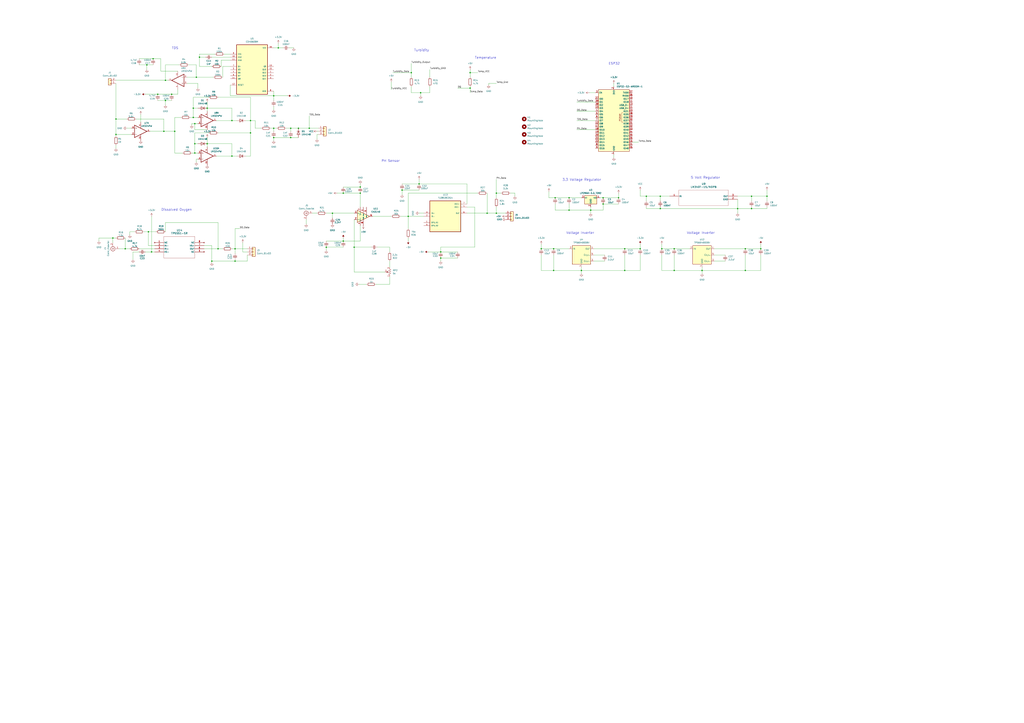
<source format=kicad_sch>
(kicad_sch (version 20231120) (generator "eeschema") (generator_version "8.0")
  (paper "A1")
  (lib_symbols
    (symbol "2025-03-03_22-31-23:TP5551-SR" (pin_names (offset 0.254))
      (property "Reference" "U" (at 20.32 10.16 0))
      (property "Value" "TP5551-SR" (at 20.32 7.62 0))
      (symbol "TP5551-SR_0_1"
        (pin no_connect line (at 0 0 0) (length 7.62) (name "NC") (number "1"))
        (pin input line (at 0 -2.54 0) (length 7.62) (name "IN-") (number "2"))
        (pin input line (at 0 -5.08 0) (length 7.62) (name "IN+") (number "3"))
        (pin power_in line (at 0 -7.62 0) (length 7.62) (name "VS-") (number "4"))
        (pin no_connect line (at 40.64 -7.62 180) (length 7.62) (name "NC") (number "5"))
        (pin output line (at 40.64 -5.08 180) (length 7.62) (name "OUT") (number "6"))
        (pin power_in line (at 40.64 -2.54 180) (length 7.62) (name "VS+") (number "7"))
        (pin no_connect line (at 40.64 0 180) (length 7.62) (name "NC") (number "8"))
      )
    )
    (symbol "Amplifier_Operational:CA3140" (pin_names (offset 0.127))
      (property "Reference" "U" (at 6.35 5.08 0))
      (property "Value" "CA3140" (at 6.35 2.54 0))
      (symbol "CA3140_1_1"
        (pin passive line (at 0 7.62 270) (length 5.08) (name "NULL") (number "1"))
        (pin input line (at -7.62 -2.54 0) (length 2.54) (name "-") (number "2"))
        (pin input line (at -7.62 2.54 0) (length 2.54) (name "+") (number "3"))
        (pin power_in line (at -2.54 -7.62 90) (length 3.81) (name "V-") (number "4"))
        (pin passive line (at 2.54 7.62 270) (length 6.35) (name "NULL") (number "5"))
        (pin output line (at 7.62 0 180) (length 2.54) (name "~") (number "6"))
        (pin power_in line (at -2.54 7.62 270) (length 3.81) (name "V+") (number "7"))
        (pin passive line (at 0 -7.62 90) (length 5.08) (name "STRB") (number "8"))
      )
    )
    (symbol "CD4060BM:CD4060BM" (pin_names (offset 1.016))
      (property "Reference" "U" (at -12.7 21.32 0))
      (property "Value" "CD4060BM" (at -12.7 -24.32 0))
      (symbol "CD4060BM_0_0"
        (pin bidirectional line (at 17.78 -2.54 180) (length 5.08) (name "Q12") (number "1"))
        (pin bidirectional line (at -17.78 10.16 0) (length 5.08) (name "EN2") (number "10"))
        (pin bidirectional line (at -17.78 7.62 0) (length 5.08) (name "EN3") (number "11"))
        (pin bidirectional line (at -17.78 -12.7 0) (length 5.08) (name "RESET") (number "12"))
        (pin bidirectional line (at 17.78 2.54 180) (length 5.08) (name "Q9") (number "13"))
        (pin bidirectional line (at -17.78 -7.62 0) (length 5.08) (name "Q8") (number "14"))
        (pin bidirectional line (at 17.78 0 180) (length 5.08) (name "Q10") (number "15"))
        (pin power_in line (at 17.78 17.78 180) (length 5.08) (name "VCC") (number "16"))
        (pin bidirectional line (at 17.78 -5.08 180) (length 5.08) (name "Q13") (number "2"))
        (pin bidirectional line (at 17.78 -7.62 180) (length 5.08) (name "Q14") (number "3"))
        (pin bidirectional line (at -17.78 -2.54 0) (length 5.08) (name "Q6") (number "4"))
        (pin bidirectional line (at -17.78 0 0) (length 5.08) (name "Q5") (number "5"))
        (pin bidirectional line (at -17.78 -5.08 0) (length 5.08) (name "Q7") (number "6"))
        (pin bidirectional line (at -17.78 2.54 0) (length 5.08) (name "Q4") (number "7"))
        (pin power_in line (at 17.78 -17.78 180) (length 5.08) (name "GND") (number "8"))
        (pin bidirectional line (at -17.78 12.7 0) (length 5.08) (name "EN1") (number "9"))
      )
    )
    (symbol "Connector:Conn_Coaxial" (pin_names (offset 1.016) hide)
      (property "Reference" "J" (at 0.254 3.048 0))
      (property "Value" "Conn_Coaxial" (at 2.921 0 90))
      (symbol "Conn_Coaxial_1_1"
        (pin passive line (at -5.08 0 0) (length 2.54) (name "In") (number "1"))
        (pin passive line (at 0 -5.08 90) (length 2.54) (name "Ext") (number "2"))
      )
    )
    (symbol "Connector_Generic:Conn_01x02" (pin_names (offset 1.016) hide)
      (property "Reference" "J" (at 0 2.54 0))
      (property "Value" "Conn_01x02" (at 0 -5.08 0))
      (symbol "Conn_01x02_1_1"
        (pin passive line (at -5.08 0 0) (length 3.81) (name "Pin_1") (number "1"))
        (pin passive line (at -5.08 -2.54 0) (length 3.81) (name "Pin_2") (number "2"))
      )
    )
    (symbol "Connector_Generic:Conn_01x03" (pin_names (offset 1.016) hide)
      (property "Reference" "J" (at 0 5.08 0))
      (property "Value" "Conn_01x03" (at 0 -5.08 0))
      (symbol "Conn_01x03_1_1"
        (pin passive line (at -5.08 2.54 0) (length 3.81) (name "Pin_1") (number "1"))
        (pin passive line (at -5.08 0 0) (length 3.81) (name "Pin_2") (number "2"))
        (pin passive line (at -5.08 -2.54 0) (length 3.81) (name "Pin_3") (number "3"))
      )
    )
    (symbol "Device:C_Small" (pin_numbers hide) (pin_names (offset 0.254) hide)
      (property "Reference" "C" (at 0.254 1.778 0))
      (property "Value" "C_Small" (at 0.254 -2.032 0))
      (symbol "C_Small_1_1"
        (pin passive line (at 0 2.54 270) (length 2.032) (name "~") (number "1"))
        (pin passive line (at 0 -2.54 90) (length 2.032) (name "~") (number "2"))
      )
    )
    (symbol "Device:R" (pin_numbers hide) (pin_names (offset 0))
      (property "Reference" "R" (at 2.032 0 90))
      (property "Value" "R" (at 0 0 90))
      (symbol "R_1_1"
        (pin passive line (at 0 3.81 270) (length 1.27) (name "~") (number "1"))
        (pin passive line (at 0 -3.81 90) (length 1.27) (name "~") (number "2"))
      )
    )
    (symbol "Device:R_Potentiometer_US" (pin_names (offset 1.016) hide)
      (property "Reference" "RV" (at -4.445 0 90))
      (property "Value" "R_Potentiometer_US" (at -2.54 0 90))
      (symbol "R_Potentiometer_US_1_1"
        (pin passive line (at 0 3.81 270) (length 1.27) (name "1") (number "1"))
        (pin passive line (at 3.81 0 180) (length 1.27) (name "2") (number "2"))
        (pin passive line (at 0 -3.81 90) (length 1.27) (name "3") (number "3"))
      )
    )
    (symbol "Diode:1N4148" (pin_numbers hide) (pin_names hide)
      (property "Reference" "D" (at 0 2.54 0))
      (property "Value" "1N4148" (at 0 -2.54 0))
      (symbol "1N4148_1_1"
        (pin passive line (at -3.81 0 0) (length 2.54) (name "K") (number "1"))
        (pin passive line (at 3.81 0 180) (length 2.54) (name "A") (number "2"))
      )
    )
    (symbol "LM324PW:LM324PW" (pin_names (offset 1.016))
      (property "Reference" "U" (at 2.5431 3.1789 0))
      (property "Value" "LM324PW" (at 2.5431 -5.0863 0))
      (symbol "LM324PW_1_0"
        (pin output line (at 7.62 0 180) (length 2.54) (name "~") (number "1"))
        (pin power_in line (at 0 -7.62 90) (length 5.08) (name "~") (number "11"))
        (pin input line (at -7.62 -2.54 0) (length 2.54) (name "~") (number "2"))
        (pin input line (at -7.62 2.54 0) (length 2.54) (name "~") (number "3"))
        (pin power_in line (at 0 7.62 270) (length 5.08) (name "~") (number "4"))
      )
      (symbol "LM324PW_2_0"
        (pin input line (at -7.62 2.54 0) (length 2.54) (name "~") (number "5"))
        (pin input line (at -7.62 -2.54 0) (length 2.54) (name "~") (number "6"))
        (pin output line (at 7.62 0 180) (length 2.54) (name "~") (number "7"))
      )
      (symbol "LM324PW_3_0"
        (pin input line (at -7.62 2.54 0) (length 2.54) (name "~") (number "10"))
        (pin output line (at 7.62 0 180) (length 2.54) (name "~") (number "8"))
        (pin input line (at -7.62 -2.54 0) (length 2.54) (name "~") (number "9"))
      )
      (symbol "LM324PW_4_0"
        (pin input line (at -7.62 2.54 0) (length 2.54) (name "~") (number "12"))
        (pin input line (at -7.62 -2.54 0) (length 2.54) (name "~") (number "13"))
        (pin output line (at 7.62 0 180) (length 2.54) (name "~") (number "14"))
      )
    )
    (symbol "LM340T15:LM340T-15_NOPB" (pin_names (offset 0.254))
      (property "Reference" "U" (at 27.94 10.16 0))
      (property "Value" "LM340T-15/NOPB" (at 27.94 7.62 0))
      (symbol "LM340T-15_NOPB_0_1"
        (pin power_in line (at 0 0 0) (length 7.62) (name "IN") (number "1"))
        (pin power_in line (at 55.88 -2.54 180) (length 7.62) (name "GND") (number "2"))
        (pin power_in line (at 55.88 0 180) (length 7.62) (name "OUT") (number "3"))
      )
    )
    (symbol "Mechanical:MountingHole" (pin_names (offset 1.016)) (exclude_from_sim yes) (in_bom no)
      (property "Reference" "H" (at 0 5.08 0))
      (property "Value" "MountingHole" (at 0 3.175 0))
    )
    (symbol "RF_Module:ESP32-S3-WROOM-1"
      (property "Reference" "U" (at -12.7 26.67 0))
      (property "Value" "ESP32-S3-WROOM-1" (at 12.7 26.67 0))
      (symbol "ESP32-S3-WROOM-1_0_0"
        (text "PSRAM" (at 5.08 2.54 900) (effects (font (size 1.27 1.27))))
      )
      (symbol "ESP32-S3-WROOM-1_1_1"
        (pin power_in line (at 0 -27.94 90) (length 2.54) (name "GND") (number "1"))
        (pin bidirectional line (at 15.24 17.78 180) (length 2.54) (name "IO17") (number "10"))
        (pin bidirectional line (at 15.24 15.24 180) (length 2.54) (name "IO18") (number "11"))
        (pin bidirectional line (at -15.24 -2.54 0) (length 2.54) (name "IO8") (number "12"))
        (pin bidirectional line (at 15.24 12.7 180) (length 2.54) (name "USB_D-") (number "13"))
        (pin bidirectional line (at 15.24 10.16 180) (length 2.54) (name "USB_D+") (number "14"))
        (pin bidirectional line (at -15.24 10.16 0) (length 2.54) (name "IO3") (number "15"))
        (pin bidirectional line (at 15.24 -17.78 180) (length 2.54) (name "IO46") (number "16"))
        (pin bidirectional line (at -15.24 -5.08 0) (length 2.54) (name "IO9") (number "17"))
        (pin bidirectional line (at -15.24 -7.62 0) (length 2.54) (name "IO10") (number "18"))
        (pin bidirectional line (at -15.24 -10.16 0) (length 2.54) (name "IO11") (number "19"))
        (pin power_in line (at 0 27.94 270) (length 2.54) (name "3V3") (number "2"))
        (pin bidirectional line (at -15.24 -12.7 0) (length 2.54) (name "IO12") (number "20"))
        (pin bidirectional line (at -15.24 -15.24 0) (length 2.54) (name "IO13") (number "21"))
        (pin bidirectional line (at -15.24 -17.78 0) (length 2.54) (name "IO14") (number "22"))
        (pin bidirectional line (at 15.24 7.62 180) (length 2.54) (name "IO21") (number "23"))
        (pin bidirectional line (at 15.24 -20.32 180) (length 2.54) (name "IO47") (number "24"))
        (pin bidirectional line (at 15.24 -22.86 180) (length 2.54) (name "IO48") (number "25"))
        (pin bidirectional line (at 15.24 -15.24 180) (length 2.54) (name "IO45") (number "26"))
        (pin bidirectional line (at -15.24 17.78 0) (length 2.54) (name "IO0") (number "27"))
        (pin bidirectional line (at 15.24 5.08 180) (length 2.54) (name "IO35") (number "28"))
        (pin bidirectional line (at 15.24 2.54 180) (length 2.54) (name "IO36") (number "29"))
        (pin input line (at -15.24 22.86 0) (length 2.54) (name "EN") (number "3"))
        (pin bidirectional line (at 15.24 0 180) (length 2.54) (name "IO37") (number "30"))
        (pin bidirectional line (at 15.24 -2.54 180) (length 2.54) (name "IO38") (number "31"))
        (pin bidirectional line (at 15.24 -5.08 180) (length 2.54) (name "IO39") (number "32"))
        (pin bidirectional line (at 15.24 -7.62 180) (length 2.54) (name "IO40") (number "33"))
        (pin bidirectional line (at 15.24 -10.16 180) (length 2.54) (name "IO41") (number "34"))
        (pin bidirectional line (at 15.24 -12.7 180) (length 2.54) (name "IO42") (number "35"))
        (pin bidirectional line (at 15.24 20.32 180) (length 2.54) (name "RXD0") (number "36"))
        (pin bidirectional line (at 15.24 22.86 180) (length 2.54) (name "TXD0") (number "37"))
        (pin bidirectional line (at -15.24 12.7 0) (length 2.54) (name "IO2") (number "38"))
        (pin bidirectional line (at -15.24 15.24 0) (length 2.54) (name "IO1") (number "39"))
        (pin bidirectional line (at -15.24 7.62 0) (length 2.54) (name "IO4") (number "4"))
        (pin passive line (at 0 -27.94 90) (length 2.54) hide (name "GND") (number "40"))
        (pin passive line (at 0 -27.94 90) (length 2.54) hide (name "GND") (number "41"))
        (pin bidirectional line (at -15.24 5.08 0) (length 2.54) (name "IO5") (number "5"))
        (pin bidirectional line (at -15.24 2.54 0) (length 2.54) (name "IO6") (number "6"))
        (pin bidirectional line (at -15.24 0 0) (length 2.54) (name "IO7") (number "7"))
        (pin bidirectional line (at -15.24 -20.32 0) (length 2.54) (name "IO15") (number "8"))
        (pin bidirectional line (at -15.24 -22.86 0) (length 2.54) (name "IO16") (number "9"))
      )
    )
    (symbol "Regulator_Linear:LP2950-3.3_TO92" (pin_names (offset 0.254))
      (property "Reference" "U" (at -3.81 3.175 0))
      (property "Value" "LP2950-3.3_TO92" (at 0 3.175 0))
      (symbol "LP2950-3.3_TO92_1_1"
        (pin power_out line (at 7.62 0 180) (length 2.54) (name "VO") (number "1"))
        (pin power_in line (at 0 -7.62 90) (length 2.54) (name "GND") (number "2"))
        (pin power_in line (at -7.62 0 0) (length 2.54) (name "VI") (number "3"))
      )
    )
    (symbol "Regulator_SwitchedCapacitor:TPS60400DBV"
      (property "Reference" "U" (at 6.35 8.89 0))
      (property "Value" "TPS60400DBV" (at 7.62 -8.89 0))
      (symbol "TPS60400DBV_1_1"
        (pin power_out line (at 10.16 5.08 180) (length 2.54) (name "OUT") (number "1"))
        (pin power_in line (at -10.16 5.08 0) (length 2.54) (name "IN") (number "2"))
        (pin passive line (at 10.16 -5.08 180) (length 2.54) (name "C_{FLY-}") (number "3"))
        (pin power_in line (at 0 -10.16 90) (length 2.54) (name "GND") (number "4"))
        (pin passive line (at 10.16 0 180) (length 2.54) (name "C_{FLY+}") (number "5"))
      )
    )
    (symbol "TL081BCDG4:TL081BCDG4" (pin_names (offset 1.016))
      (property "Reference" "U" (at -12.7 13.7 0))
      (property "Value" "TL081BCDG4" (at -12.7 -16.7 0))
      (symbol "TL081BCDG4_0_0"
        (pin bidirectional line (at -17.78 -5.08 0) (length 5.08) (name "OFS_N1") (number "1"))
        (pin input line (at -17.78 0 0) (length 5.08) (name "IN-") (number "2"))
        (pin input line (at -17.78 2.54 0) (length 5.08) (name "IN+") (number "3"))
        (pin power_in line (at 17.78 7.62 180) (length 5.08) (name "VCC-") (number "4"))
        (pin bidirectional line (at -17.78 -7.62 0) (length 5.08) (name "OFS_N2") (number "5"))
        (pin output line (at 17.78 2.54 180) (length 5.08) (name "OUT") (number "6"))
        (pin power_in line (at 17.78 10.16 180) (length 5.08) (name "VCC+") (number "7"))
      )
    )
    (symbol "power:+3.3V" (power) (pin_numbers hide) (pin_names (offset 0) hide)
      (property "Value" "+3.3V" (at 0 3.556 0))
      (symbol "+3.3V_1_1"
        (pin power_in line (at 0 0 90) (length 0) (name "~") (number "1"))
      )
    )
    (symbol "power:+5V" (power) (pin_numbers hide) (pin_names (offset 0) hide)
      (property "Value" "+5V" (at 0 3.556 0))
      (symbol "+5V_1_1"
        (pin power_in line (at 0 0 90) (length 0) (name "~") (number "1"))
      )
    )
    (symbol "power:-3V3" (power) (pin_numbers hide) (pin_names (offset 0) hide)
      (property "Value" "-3V3" (at 0 3.556 0))
      (symbol "-3V3_0_0"
        (pin power_in line (at 0 0 90) (length 0) (name "~") (number "1"))
      )
    )
    (symbol "power:GND" (power) (pin_numbers hide) (pin_names (offset 0) hide)
      (property "Value" "GND" (at 0 -3.81 0))
      (symbol "GND_1_1"
        (pin power_in line (at 0 0 270) (length 0) (name "~") (number "1"))
      )
    )
    (symbol "power:VCC" (power) (pin_numbers hide) (pin_names (offset 0) hide)
      (property "Value" "VCC" (at 0 3.556 0))
      (symbol "VCC_1_1"
        (pin power_in line (at 0 0 90) (length 0) (name "~") (number "1"))
      )
    )
  )
  (junction (at 135.89 82.55))
  (junction (at 495.3 167.64))
  (junction (at 407.67 175.26))
  (junction (at 361.95 207.01))
  (junction (at 485.14 172.72))
  (junction (at 224.79 105.41))
  (junction (at 173.99 214.63))
  (junction (at 238.76 113.03))
  (junction (at 281.94 198.12))
  (junction (at 95.25 97.79))
  (junction (at 295.91 153.67))
  (junction (at 454.66 204.47))
  (junction (at 205.74 99.06))
  (junction (at 386.08 72.39))
  (junction (at 281.94 158.75))
  (junction (at 125.73 48.26))
  (junction (at 513.08 222.25))
  (junction (at 170.18 88.9))
  (junction (at 190.5 128.27))
  (junction (at 193.04 214.63))
  (junction (at 134.62 107.95))
  (junction (at 163.83 46.99))
  (junction (at 386.08 59.69))
  (junction (at 337.82 59.69))
  (junction (at 290.83 203.2))
  (junction (at 129.54 77.47))
  (junction (at 228.6 39.37))
  (junction (at 576.58 222.25))
  (junction (at 605.79 171.45))
  (junction (at 160.02 101.6))
  (junction (at 477.52 222.25))
  (junction (at 158.75 96.52))
  (junction (at 190.5 99.06))
  (junction (at 467.36 172.72))
  (junction (at 542.29 161.29))
  (junction (at 407.67 158.75))
  (junction (at 513.08 204.47))
  (junction (at 224.79 78.74))
  (junction (at 160.02 118.11))
  (junction (at 124.46 207.01))
  (junction (at 530.86 161.29))
  (junction (at 161.29 63.5))
  (junction (at 542.29 171.45))
  (junction (at 179.07 204.47))
  (junction (at 254 105.41))
  (junction (at 170.18 118.11))
  (junction (at 158.75 88.9))
  (junction (at 102.87 204.47))
  (junction (at 344.17 151.13))
  (junction (at 345.44 76.2))
  (junction (at 224.79 113.03))
  (junction (at 238.76 105.41))
  (junction (at 205.74 109.22))
  (junction (at 160.02 125.73))
  (junction (at 361.95 212.09))
  (junction (at 508 162.56))
  (junction (at 120.65 53.34))
  (junction (at 273.05 175.26))
  (junction (at 95.25 110.49))
  (junction (at 135.89 66.04))
  (junction (at 629.92 161.29))
  (junction (at 295.91 158.75))
  (junction (at 92.71 195.58))
  (junction (at 553.72 204.47))
  (junction (at 543.56 204.47))
  (junction (at 553.72 222.25))
  (junction (at 467.36 162.56))
  (junction (at 617.22 171.45))
  (junction (at 624.84 204.47))
  (junction (at 612.14 204.47))
  (junction (at 267.97 203.2))
  (junction (at 121.92 190.5))
  (junction (at 143.51 107.95))
  (junction (at 193.04 204.47))
  (junction (at 495.3 162.56))
  (junction (at 140.97 77.47))
  (junction (at 245.11 105.41))
  (junction (at 335.28 177.8))
  (junction (at 612.14 222.25))
  (junction (at 455.93 162.56))
  (junction (at 444.5 204.47))
  (junction (at 454.66 222.25))
  (junction (at 525.78 204.47))
  (junction (at 617.22 161.29))
  (junction (at 330.2 156.21))
  (junction (at 400.05 175.26))
  (wire (pts (xy 383.54 175.26) (xy 400.05 175.26)))
  (wire (pts (xy 238.76 107.95) (xy 238.76 105.41)))
  (wire (pts (xy 549.91 161.29) (xy 542.29 161.29)))
  (wire (pts (xy 153.67 68.58) (xy 162.56 68.58)))
  (wire (pts (xy 586.74 214.63) (xy 595.63 214.63)))
  (wire (pts (xy 353.06 57.15) (xy 353.06 63.5)))
  (wire (pts (xy 173.99 214.63) (xy 173.99 215.9)))
  (wire (pts (xy 171.45 109.22) (xy 160.02 109.22)))
  (wire (pts (xy 386.08 59.69) (xy 392.43 59.69)))
  (wire (pts (xy 605.79 171.45) (xy 617.22 171.45)))
  (wire (pts (xy 147.32 53.34) (xy 135.89 53.34)))
  (wire (pts (xy 351.79 207.01) (xy 361.95 207.01)))
  (wire (pts (xy 160.02 118.11) (xy 160.02 125.73)))
  (wire (pts (xy 143.51 107.95) (xy 143.51 96.52)))
  (wire (pts (xy 189.23 49.53) (xy 181.61 49.53)))
  (wire (pts (xy 160.02 101.6) (xy 157.48 101.6)))
  (wire (pts (xy 353.06 76.2) (xy 345.44 76.2)))
  (wire (pts (xy 605.79 163.83) (xy 605.79 171.45)))
  (wire (pts (xy 111.76 97.79) (xy 134.62 97.79)))
  (wire (pts (xy 401.32 68.58) (xy 401.32 69.85)))
  (wire (pts (xy 97.79 204.47) (xy 102.87 204.47)))
  (wire (pts (xy 389.89 203.2) (xy 361.95 203.2)))
  (wire (pts (xy 605.79 161.29) (xy 617.22 161.29)))
  (wire (pts (xy 134.62 107.95) (xy 143.51 107.95)))
  (wire (pts (xy 576.58 219.71) (xy 576.58 222.25)))
  (wire (pts (xy 254 95.25) (xy 254 105.41)))
  (wire (pts (xy 345.44 76.2) (xy 337.82 76.2)))
  (wire (pts (xy 161.29 53.34) (xy 161.29 63.5)))
  (wire (pts (xy 400.05 175.26) (xy 407.67 175.26)))
  (wire (pts (xy 193.04 213.36) (xy 193.04 214.63)))
  (wire (pts (xy 495.3 167.64) (xy 495.3 172.72)))
  (wire (pts (xy 467.36 167.64) (xy 467.36 172.72)))
  (wire (pts (xy 530.86 161.29) (xy 525.78 161.29)))
  (wire (pts (xy 576.58 222.25) (xy 576.58 224.79)))
  (wire (pts (xy 383.54 167.64) (xy 383.54 151.13)))
  (wire (pts (xy 102.87 204.47) (xy 106.68 204.47)))
  (wire (pts (xy 295.91 198.12) (xy 295.91 185.42)))
  (wire (pts (xy 193.04 204.47) (xy 203.2 204.47)))
  (wire (pts (xy 179.07 204.47) (xy 167.64 204.47)))
  (wire (pts (xy 281.94 198.12) (xy 267.97 198.12)))
  (wire (pts (xy 260.35 107.95) (xy 261.62 107.95)))
  (wire (pts (xy 504.19 68.58) (xy 504.19 71.12)))
  (wire (pts (xy 586.74 204.47) (xy 612.14 204.47)))
  (wire (pts (xy 624.84 222.25) (xy 612.14 222.25)))
  (wire (pts (xy 407.67 147.32) (xy 407.67 158.75)))
  (wire (pts (xy 444.5 204.47) (xy 454.66 204.47)))
  (wire (pts (xy 170.18 118.11) (xy 190.5 118.11)))
  (wire (pts (xy 170.18 88.9) (xy 190.5 88.9)))
  (wire (pts (xy 135.89 190.5) (xy 135.89 182.88)))
  (wire (pts (xy 205.74 80.01) (xy 205.74 99.06)))
  (wire (pts (xy 190.5 128.27) (xy 194.31 128.27)))
  (wire (pts (xy 553.72 222.25) (xy 576.58 222.25)))
  (wire (pts (xy 337.82 76.2) (xy 337.82 71.12)))
  (wire (pts (xy 205.74 109.22) (xy 205.74 128.27)))
  (wire (pts (xy 189.23 78.74) (xy 189.23 69.85)))
  (wire (pts (xy 224.79 39.37) (xy 228.6 39.37)))
  (wire (pts (xy 114.3 204.47) (xy 127 204.47)))
  (wire (pts (xy 95.25 110.49) (xy 95.25 111.76)))
  (wire (pts (xy 162.56 130.81) (xy 161.29 130.81)))
  (wire (pts (xy 238.76 105.41) (xy 245.11 105.41)))
  (wire (pts (xy 224.79 105.41) (xy 224.79 107.95)))
  (wire (pts (xy 320.04 203.2) (xy 320.04 207.01)))
  (wire (pts (xy 617.22 161.29) (xy 617.22 165.1)))
  (wire (pts (xy 361.95 203.2) (xy 361.95 207.01)))
  (wire (pts (xy 508 158.75) (xy 508 162.56)))
  (wire (pts (xy 176.53 44.45) (xy 163.83 44.45)))
  (wire (pts (xy 171.45 80.01) (xy 158.75 80.01)))
  (wire (pts (xy 251.46 184.15) (xy 251.46 180.34)))
  (wire (pts (xy 473.71 83.82) (xy 488.95 83.82)))
  (wire (pts (xy 347.98 177.8) (xy 335.28 177.8)))
  (wire (pts (xy 158.75 96.52) (xy 162.56 96.52)))
  (wire (pts (xy 624.84 200.66) (xy 624.84 204.47)))
  (wire (pts (xy 170.18 83.82) (xy 170.18 88.9)))
  (wire (pts (xy 162.56 101.6) (xy 160.02 101.6)))
  (wire (pts (xy 134.62 97.79) (xy 134.62 107.95)))
  (wire (pts (xy 543.56 209.55) (xy 543.56 222.25)))
  (wire (pts (xy 525.78 161.29) (xy 525.78 156.21)))
  (wire (pts (xy 290.83 223.52) (xy 290.83 203.2)))
  (wire (pts (xy 179.07 109.22) (xy 205.74 109.22)))
  (wire (pts (xy 375.92 207.01) (xy 361.95 207.01)))
  (wire (pts (xy 290.83 180.34) (xy 290.83 203.2)))
  (wire (pts (xy 542.29 161.29) (xy 530.86 161.29)))
  (wire (pts (xy 238.76 113.03) (xy 245.11 113.03)))
  (wire (pts (xy 129.54 77.47) (xy 140.97 77.47)))
  (wire (pts (xy 260.35 110.49) (xy 261.62 110.49)))
  (wire (pts (xy 612.14 222.25) (xy 576.58 222.25)))
  (wire (pts (xy 120.65 53.34) (xy 125.73 53.34)))
  (wire (pts (xy 407.67 158.75) (xy 407.67 162.56)))
  (wire (pts (xy 143.51 107.95) (xy 143.51 125.73)))
  (wire (pts (xy 81.28 198.12) (xy 81.28 195.58)))
  (wire (pts (xy 383.54 151.13) (xy 344.17 151.13)))
  (wire (pts (xy 612.14 204.47) (xy 624.84 204.47)))
  (wire (pts (xy 157.48 125.73) (xy 160.02 125.73)))
  (wire (pts (xy 586.74 209.55) (xy 595.63 209.55)))
  (wire (pts (xy 320.04 227.33) (xy 320.04 233.68)))
  (wire (pts (xy 525.78 209.55) (xy 525.78 222.25)))
  (wire (pts (xy 294.64 233.68) (xy 300.99 233.68)))
  (wire (pts (xy 320.04 214.63) (xy 320.04 219.71)))
  (wire (pts (xy 330.2 156.21) (xy 344.17 156.21)))
  (wire (pts (xy 203.2 207.01) (xy 199.39 207.01)))
  (wire (pts (xy 295.91 151.13) (xy 295.91 153.67)))
  (wire (pts (xy 109.22 207.01) (xy 109.22 213.36)))
  (wire (pts (xy 530.86 171.45) (xy 542.29 171.45)))
  (wire (pts (xy 337.82 52.07) (xy 337.82 59.69)))
  (wire (pts (xy 190.5 128.27) (xy 177.8 128.27)))
  (wire (pts (xy 444.5 200.66) (xy 444.5 204.47)))
  (wire (pts (xy 205.74 99.06) (xy 201.93 99.06)))
  (wire (pts (xy 118.11 190.5) (xy 121.92 190.5)))
  (wire (pts (xy 224.79 113.03) (xy 238.76 113.03)))
  (wire (pts (xy 320.04 233.68) (xy 308.61 233.68)))
  (wire (pts (xy 450.85 162.56) (xy 455.93 162.56)))
  (wire (pts (xy 256.54 175.26) (xy 260.35 175.26)))
  (wire (pts (xy 237.49 39.37) (xy 241.3 39.37)))
  (wire (pts (xy 321.31 177.8) (xy 306.07 177.8)))
  (wire (pts (xy 335.28 177.8) (xy 328.93 177.8)))
  (wire (pts (xy 140.97 77.47) (xy 146.05 77.47)))
  (wire (pts (xy 513.08 209.55) (xy 513.08 222.25)))
  (wire (pts (xy 281.94 153.67) (xy 295.91 153.67)))
  (wire (pts (xy 504.19 127) (xy 504.19 129.54)))
  (wire (pts (xy 205.74 128.27) (xy 201.93 128.27)))
  (wire (pts (xy 163.83 46.99) (xy 163.83 54.61)))
  (wire (pts (xy 612.14 209.55) (xy 612.14 222.25)))
  (wire (pts (xy 330.2 151.13) (xy 344.17 151.13)))
  (wire (pts (xy 163.83 46.99) (xy 168.91 46.99)))
  (wire (pts (xy 170.18 113.03) (xy 170.18 118.11)))
  (wire (pts (xy 335.28 177.8) (xy 335.28 187.96)))
  (wire (pts (xy 205.74 99.06) (xy 205.74 109.22)))
  (wire (pts (xy 525.78 200.66) (xy 525.78 204.47)))
  (wire (pts (xy 542.29 161.29) (xy 542.29 165.1)))
  (wire (pts (xy 154.94 53.34) (xy 161.29 53.34)))
  (wire (pts (xy 454.66 222.25) (xy 477.52 222.25)))
  (wire (pts (xy 281.94 158.75) (xy 295.91 158.75)))
  (wire (pts (xy 134.62 107.95) (xy 123.19 107.95)))
  (wire (pts (xy 344.17 175.26) (xy 347.98 175.26)))
  (wire (pts (xy 209.55 105.41) (xy 209.55 99.06)))
  (wire (pts (xy 132.08 58.42) (xy 132.08 48.26)))
  (wire (pts (xy 477.52 219.71) (xy 477.52 222.25)))
  (wire (pts (xy 170.18 88.9) (xy 170.18 91.44)))
  (wire (pts (xy 143.51 125.73) (xy 149.86 125.73)))
  (wire (pts (xy 485.14 172.72) (xy 485.14 175.26)))
  (wire (pts (xy 203.2 214.63) (xy 193.04 214.63)))
  (wire (pts (xy 190.5 99.06) (xy 177.8 99.06)))
  (wire (pts (xy 361.95 214.63) (xy 361.95 212.09)))
  (wire (pts (xy 454.66 204.47) (xy 467.36 204.47)))
  (wire (pts (xy 135.89 66.04) (xy 138.43 66.04)))
  (wire (pts (xy 199.39 207.01) (xy 199.39 199.39)))
  (wire (pts (xy 337.82 63.5) (xy 337.82 59.69)))
  (wire (pts (xy 135.89 82.55) (xy 140.97 82.55)))
  (wire (pts (xy 102.87 195.58) (xy 102.87 204.47)))
  (wire (pts (xy 254 105.41) (xy 261.62 105.41)))
  (wire (pts (xy 124.46 177.8) (xy 124.46 207.01)))
  (wire (pts (xy 135.89 82.55) (xy 135.89 86.36)))
  (wire (pts (xy 157.48 101.6) (xy 157.48 102.87)))
  (wire (pts (xy 121.92 190.5) (xy 128.27 190.5)))
  (wire (pts (xy 519.43 116.84) (xy 524.51 116.84)))
  (wire (pts (xy 224.79 78.74) (xy 189.23 78.74)))
  (wire (pts (xy 124.46 207.01) (xy 127 207.01)))
  (wire (pts (xy 163.83 54.61) (xy 173.99 54.61)))
  (wire (pts (xy 411.48 158.75) (xy 407.67 158.75)))
  (wire (pts (xy 407.67 170.18) (xy 407.67 175.26)))
  (wire (pts (xy 95.25 97.79) (xy 104.14 97.79)))
  (wire (pts (xy 238.76 105.41) (xy 234.95 105.41)))
  (wire (pts (xy 335.28 195.58) (xy 335.28 198.12)))
  (wire (pts (xy 321.31 67.31) (xy 321.31 73.66)))
  (wire (pts (xy 95.25 68.58) (xy 95.25 97.79)))
  (wire (pts (xy 455.93 162.56) (xy 467.36 162.56)))
  (wire (pts (xy 121.92 201.93) (xy 127 201.93)))
  (wire (pts (xy 407.67 68.58) (xy 401.32 68.58)))
  (wire (pts (xy 389.89 170.18) (xy 389.89 203.2)))
  (wire (pts (xy 121.92 190.5) (xy 121.92 201.93)))
  (wire (pts (xy 617.22 161.29) (xy 629.92 161.29)))
  (wire (pts (xy 322.58 59.69) (xy 337.82 59.69)))
  (wire (pts (xy 106.68 190.5) (xy 106.68 193.04)))
  (wire (pts (xy 375.92 72.39) (xy 386.08 72.39)))
  (wire (pts (xy 114.3 53.34) (xy 120.65 53.34)))
  (wire (pts (xy 114.3 48.26) (xy 125.73 48.26)))
  (wire (pts (xy 160.02 125.73) (xy 162.56 125.73)))
  (wire (pts (xy 316.23 223.52) (xy 290.83 223.52)))
  (wire (pts (xy 386.08 57.15) (xy 386.08 59.69)))
  (wire (pts (xy 383.54 170.18) (xy 389.89 170.18)))
  (wire (pts (xy 335.28 177.8) (xy 335.28 158.75)))
  (wire (pts (xy 190.5 118.11) (xy 190.5 128.27)))
  (wire (pts (xy 179.07 204.47) (xy 182.88 204.47)))
  (wire (pts (xy 267.97 205.74) (xy 267.97 203.2)))
  (wire (pts (xy 400.05 158.75) (xy 400.05 175.26)))
  (wire (pts (xy 158.75 88.9) (xy 158.75 96.52)))
  (wire (pts (xy 115.57 93.98) (xy 115.57 100.33)))
  (wire (pts (xy 92.71 195.58) (xy 92.71 199.39)))
  (wire (pts (xy 276.86 158.75) (xy 281.94 158.75)))
  (wire (pts (xy 495.3 162.56) (xy 508 162.56)))
  (wire (pts (xy 473.71 99.06) (xy 488.95 99.06)))
  (wire (pts (xy 158.75 80.01) (xy 158.75 88.9)))
  (wire (pts (xy 179.07 182.88) (xy 179.07 204.47)))
  (wire (pts (xy 146.05 77.47) (xy 146.05 73.66)))
  (wire (pts (xy 224.79 78.74) (xy 224.79 82.55)))
  (wire (pts (xy 135.89 53.34) (xy 135.89 66.04)))
  (wire (pts (xy 444.5 222.25) (xy 454.66 222.25)))
  (wire (pts (xy 81.28 195.58) (xy 92.71 195.58)))
  (wire (pts (xy 153.67 63.5) (xy 161.29 63.5)))
  (wire (pts (xy 386.08 71.12) (xy 386.08 72.39)))
  (wire (pts (xy 95.25 97.79) (xy 95.25 110.49)))
  (wire (pts (xy 473.71 106.68) (xy 488.95 106.68)))
  (wire (pts (xy 542.29 170.18) (xy 542.29 171.45)))
  (wire (pts (xy 161.29 63.5) (xy 175.26 63.5)))
  (wire (pts (xy 477.52 222.25) (xy 477.52 224.79)))
  (wire (pts (xy 487.68 214.63) (xy 496.57 214.63)))
  (wire (pts (xy 114.3 207.01) (xy 109.22 207.01)))
  (wire (pts (xy 214.63 105.41) (xy 209.55 105.41)))
  (wire (pts (xy 190.5 204.47) (xy 193.04 204.47)))
  (wire (pts (xy 273.05 175.26) (xy 290.83 175.26)))
  (wire (pts (xy 605.79 171.45) (xy 605.79 175.26)))
  (wire (pts (xy 624.84 209.55) (xy 624.84 222.25)))
  (wire (pts (xy 203.2 209.55) (xy 203.2 214.63)))
  (wire (pts (xy 281.94 198.12) (xy 295.91 198.12)))
  (wire (pts (xy 467.36 172.72) (xy 485.14 172.72)))
  (wire (pts (xy 422.91 158.75) (xy 419.1 158.75)))
  (wire (pts (xy 179.07 80.01) (xy 205.74 80.01)))
  (wire (pts (xy 95.25 66.04) (xy 135.89 66.04)))
  (wire (pts (xy 224.79 74.93) (xy 224.79 78.74)))
  (wire (pts (xy 158.75 88.9) (xy 162.56 88.9)))
  (wire (pts (xy 444.5 209.55) (xy 444.5 222.25)))
  (wire (pts (xy 196.85 187.96) (xy 193.04 187.96)))
  (wire (pts (xy 525.78 222.25) (xy 513.08 222.25)))
  (wire (pts (xy 228.6 35.56) (xy 228.6 39.37)))
  (wire (pts (xy 290.83 203.2) (xy 304.8 203.2)))
  (wire (pts (xy 181.61 49.53) (xy 181.61 54.61)))
  (wire (pts (xy 629.92 171.45) (xy 617.22 171.45)))
  (wire (pts (xy 513.08 204.47) (xy 525.78 204.47)))
  (wire (pts (xy 224.79 87.63) (xy 224.79 90.17)))
  (wire (pts (xy 95.25 121.92) (xy 95.25 119.38)))
  (wire (pts (xy 222.25 105.41) (xy 224.79 105.41)))
  (wire (pts (xy 193.04 204.47) (xy 193.04 208.28)))
  (wire (pts (xy 335.28 158.75) (xy 392.43 158.75)))
  (wire (pts (xy 530.86 170.18) (xy 530.86 171.45)))
  (wire (pts (xy 245.11 105.41) (xy 254 105.41)))
  (wire (pts (xy 553.72 209.55) (xy 553.72 222.25)))
  (wire (pts (xy 189.23 54.61) (xy 182.88 54.61)))
  (wire (pts (xy 119.38 77.47) (xy 129.54 77.47)))
  (wire (pts (xy 542.29 171.45) (xy 605.79 171.45)))
  (wire (pts (xy 162.56 72.39) (xy 162.56 68.58)))
  (wire (pts (xy 553.72 204.47) (xy 566.42 204.47)))
  (wire (pts (xy 467.36 162.56) (xy 477.52 162.56)))
  (wire (pts (xy 487.68 204.47) (xy 513.08 204.47)))
  (wire (pts (xy 173.99 214.63) (xy 193.04 214.63)))
  (wire (pts (xy 492.76 162.56) (xy 495.3 162.56)))
  (wire (pts (xy 104.14 105.41) (xy 107.95 105.41)))
  (wire (pts (xy 295.91 158.75) (xy 295.91 170.18)))
  (wire (pts (xy 495.3 172.72) (xy 485.14 172.72)))
  (wire (pts (xy 224.79 78.74) (xy 236.22 78.74)))
  (wire (pts (xy 483.87 76.2) (xy 488.95 76.2)))
  (wire (pts (xy 132.08 48.26) (xy 125.73 48.26)))
  (wire (pts (xy 513.08 222.25) (xy 477.52 222.25)))
  (wire (pts (xy 182.88 54.61) (xy 182.88 63.5)))
  (wire (pts (xy 224.79 105.41) (xy 227.33 105.41)))
  (wire (pts (xy 543.56 200.66) (xy 543.56 204.47)))
  (wire (pts (xy 190.5 88.9) (xy 190.5 99.06)))
  (wire (pts (xy 617.22 170.18) (xy 617.22 171.45)))
  (wire (pts (xy 281.94 195.58) (xy 281.94 198.12)))
  (wire (pts (xy 543.56 222.25) (xy 553.72 222.25)))
  (wire (pts (xy 422.91 161.29) (xy 422.91 158.75)))
  (wire (pts (xy 629.92 170.18) (xy 629.92 171.45)))
  (wire (pts (xy 173.99 46.99) (xy 189.23 46.99)))
  (wire (pts (xy 386.08 72.39) (xy 386.08 76.2)))
  (wire (pts (xy 330.2 160.02) (xy 330.2 156.21)))
  (wire (pts (xy 455.93 172.72) (xy 467.36 172.72)))
  (wire (pts (xy 135.89 182.88) (xy 179.07 182.88)))
  (wire (pts (xy 454.66 209.55) (xy 454.66 222.25)))
  (wire (pts (xy 629.92 156.21) (xy 629.92 161.29)))
  (wire (pts (xy 190.5 99.06) (xy 194.31 99.06)))
  (wire (pts (xy 143.51 96.52) (xy 148.59 96.52)))
  (wire (pts (xy 146.05 58.42) (xy 132.08 58.42)))
  (wire (pts (xy 170.18 106.68) (xy 160.02 106.68)))
  (wire (pts (xy 160.02 109.22) (xy 160.02 118.11)))
  (wire (pts (xy 193.04 187.96) (xy 193.04 204.47)))
  (wire (pts (xy 161.29 130.81) (xy 161.29 133.35)))
  (wire (pts (xy 119.38 207.01) (xy 124.46 207.01)))
  (wire (pts (xy 160.02 106.68) (xy 160.02 101.6)))
  (wire (pts (xy 173.99 201.93) (xy 173.99 214.63)))
  (wire (pts (xy 530.86 161.29) (xy 530.86 165.1)))
  (wire (pts (xy 344.17 147.32) (xy 344.17 151.13)))
  (wire (pts (xy 156.21 96.52) (xy 158.75 96.52)))
  (wire (pts (xy 543.56 204.47) (xy 553.72 204.47)))
  (wire (pts (xy 224.79 115.57) (xy 224.79 113.03)))
  (wire (pts (xy 160.02 118.11) (xy 162.56 118.11)))
  (wire (pts (xy 228.6 39.37) (xy 232.41 39.37)))
  (wire (pts (xy 629.92 161.29) (xy 629.92 165.1)))
  (wire (pts (xy 386.08 59.69) (xy 386.08 63.5)))
  (wire (pts (xy 95.25 195.58) (xy 92.71 195.58)))
  (wire (pts (xy 450.85 157.48) (xy 450.85 162.56)))
  (wire (pts (xy 110.49 190.5) (xy 106.68 190.5)))
  (wire (pts (xy 473.71 91.44) (xy 488.95 91.44)))
  (wire (pts (xy 273.05 175.26) (xy 273.05 179.07)))
  (wire (pts (xy 129.54 82.55) (xy 135.89 82.55)))
  (wire (pts (xy 455.93 167.64) (xy 455.93 172.72)))
  (wire (pts (xy 260.35 114.3) (xy 260.35 110.49)))
  (wire (pts (xy 267.97 175.26) (xy 273.05 175.26)))
  (wire (pts (xy 281.94 203.2) (xy 267.97 203.2)))
  (wire (pts (xy 95.25 110.49) (xy 107.95 110.49)))
  (wire (pts (xy 120.65 53.34) (xy 120.65 57.15)))
  (wire (pts (xy 375.92 212.09) (xy 361.95 212.09)))
  (wire (pts (xy 353.06 71.12) (xy 353.06 76.2)))
  (wire (pts (xy 209.55 99.06) (xy 205.74 99.06)))
  (wire (pts (xy 487.68 209.55) (xy 496.57 209.55)))
  (wire (pts (xy 170.18 118.11) (xy 170.18 120.65)))
  (wire (pts (xy 345.44 76.2) (xy 345.44 78.74)))
  (wire (pts (xy 167.64 201.93) (xy 173.99 201.93)))
  (wire (pts (xy 407.67 175.26) (xy 415.29 175.26)))
  (wire (pts (xy 309.88 203.2) (xy 320.04 203.2)))
  (wire (pts (xy 495.3 167.64) (xy 508 167.64)))
  (wire (pts (xy 184.15 44.45) (xy 189.23 44.45)))
  (wire (pts (xy 485.14 170.18) (xy 485.14 172.72)))
  (wire (pts (xy 163.83 44.45) (xy 163.83 46.99)))
  (text "Voltage Inverter" (at 476.504 191.516 0) (effects (font (size 1.905 1.905))))
  (text "PH Sensor" (at 320.802 132.334 0) (effects (font (size 1.905 1.905))))
  (text "ESP32" (at 504.444 52.324 0) (effects (font (size 1.905 1.905))))
  (text "Turbidity" (at 346.202 41.402 0) (effects (font (size 1.905 1.905))))
  (text "3.3 Voltage Regulator" (at 477.774 147.828 0) (effects (font (size 1.905 1.905))))
  (text "Voltage Inverter" (at 575.564 191.516 0) (effects (font (size 1.905 1.905))))
  (text "5 Volt Regulator" (at 579.374 146.05 0) (effects (font (size 1.905 1.905))))
  (text "Temperature\n" (at 398.78 47.498 0) (effects (font (size 1.905 1.905))))
  (text "Dissolved Oxygen" (at 145.034 172.466 0) (effects (font (size 1.905 1.905))))
  (text "TDS" (at 143.764 39.624 0) (effects (font (size 1.905 1.905))))
  (label "Temp_Gnd" (at 407.67 68.58 0))
  (label "DO_Data" (at 196.85 187.96 0))
  (label "PH_Data" (at 407.67 147.32 0))
  (label "DQ" (at 375.92 72.39 0))
  (label "Temp_Data" (at 524.51 116.84 0))
  (label "Turbidity_Data" (at 473.71 83.82 0))
  (label "Temp_Data" (at 386.08 76.2 0))
  (label "DO_Data" (at 473.71 91.44 0))
  (label "Turbidity_Data" (at 322.58 59.69 0))
  (label "Turbidity_GND" (at 353.06 57.15 0))
  (label "PH_Data" (at 473.71 106.68 0))
  (label "TDS_Data" (at 254 95.25 0))
  (label "TDS_Data" (at 473.71 99.06 0))
  (label "Temp_VCC" (at 392.43 59.69 0))
  (label "Turbidity_VCC" (at 321.31 73.66 0))
  (label "Turbidity_Output" (at 337.82 52.07 0))
  (symbol (lib_id "power:+3.3V") (at 508 158.75 0) (unit 1)
    (property "Reference" "#PWR04" (effects (hide yes)))
    (property "Value" "+3.3V" (at 508 153.67 0))
    (property "Description" "Power symbol creates a global label with name \"+3.3V\"" (effects (hide yes)))
  )
  (symbol (lib_id "power:-3V3") (at 335.28 198.12 180) (unit 1)
    (property "Reference" "#PWR051" (effects (hide yes)))
    (property "Value" "-5V" (at 335.28 203.2 0))
    (property "Description" "Power symbol creates a global label with name \"-3V3\"" (effects (hide yes)))
  )
  (symbol (lib_id "LM324PW:LM324PW") (at 115.57 107.95 0) (unit 1)
    (property "Reference" "U7" (at 120.396 101.092 0))
    (property "Value" "LM324PW" (at 120.396 103.632 0))
    (property "Footprint" "Package_SO:TSSOP-14_4.4x5mm_P0.65mm" (effects (hide yes)))
    (property "MF" "Texas Instruments" (effects (hide yes)))
    (property "DESCRIPTION" "IC OPAMP LM324/TSSOP/LM324PW TEXAS INSTRUMENT RoHS TSSOP14" (effects (hide yes)))
    (property "PACKAGE" "TSSOP-14 Texas Instruments" (effects (hide yes)))
    (property "PRICE" "0.19 USD" (effects (hide yes)))
    (property "Package" "TSSOP-14 Texas Instruments" (effects (hide yes)))
    (property "Check_prices" "https://www.snapeda.com/parts/LM324PW/Texas+Instruments/view-part/?ref=eda" (effects (hide yes)))
    (property "STANDARD" "IPC-7351B" (effects (hide yes)))
    (property "SnapEDA_Link" "https://www.snapeda.com/parts/LM324PW/Texas+Instruments/view-part/?ref=snap" (effects (hide yes)))
    (property "MP" "LM324PW" (effects (hide yes)))
    (property "Price" "None" (effects (hide yes)))
    (property "Availability" "In Stock" (effects (hide yes)))
    (property "AVAILABILITY" "Good" (effects (hide yes)))
    (property "Description_1" "\n                        \n                            Quad, 30-V, 1.2-MHz operational amplifier\n                        \n" (effects (hide yes)))
  )
  (symbol (lib_id "Device:R") (at 95.25 115.57 0) (unit 1)
    (property "Reference" "R5" (at 98.171 114.173 0))
    (property "Value" "1M" (at 98.171 116.713 0))
    (property "Footprint" "Resistor_SMD:R_0805_2012Metric_Pad1.20x1.40mm_HandSolder" (effects (hide yes)))
    (property "Description" "Resistor" (effects (hide yes)))
  )
  (symbol (lib_id "Diode:1N4148") (at 166.37 88.9 180) (unit 1)
    (property "Reference" "D1" (at 166.37 82.55 0))
    (property "Value" "1N4148" (at 166.37 85.09 0))
    (property "Footprint" "Diode_THT:D_DO-35_SOD27_P7.62mm_Horizontal" (effects (hide yes)))
    (property "Datasheet" "https://assets.nexperia.com/documents/data-sheet/1N4148_1N4448.pdf" (effects (hide yes)))
    (property "Description" "100V 0.15A standard switching diode, DO-35" (effects (hide yes)))
    (property "Sim.Device" "D" (effects (hide yes)))
    (property "Sim.Pins" "1=K 2=A" (effects (hide yes)))
  )
  (symbol (lib_id "Device:R") (at 231.14 105.41 90) (unit 1)
    (property "Reference" "R12" (at 231.394 100.838 90))
    (property "Value" "10k" (at 231.394 103.378 90))
    (property "Footprint" "Resistor_SMD:R_0805_2012Metric_Pad1.20x1.40mm_HandSolder" (effects (hide yes)))
    (property "Description" "Resistor" (effects (hide yes)))
  )
  (symbol (lib_id "power:GND") (at 605.79 175.26 0) (unit 1)
    (property "Reference" "#PWR07" (effects (hide yes)))
    (property "Value" "GND" (at 605.79 180.34 0))
    (property "Description" "Power symbol creates a global label with name \"GND\" , ground" (effects (hide yes)))
  )
  (symbol (lib_id "Connector_Generic:Conn_01x03") (at 420.37 177.8 0) (unit 1)
    (property "Reference" "J6" (at 422.91 176.5299 0) (effects (justify left)))
    (property "Value" "Conn_01x03" (at 422.91 179.0699 0) (effects (justify left)))
    (property "Footprint" "Connector_Molex:Molex_KK-254_AE-6410-03A_1x03_P2.54mm_Vertical" (effects (hide yes)))
    (property "Description" "Generic connector, single row, 01x03, script generated (kicad-library-utils/schlib/autogen/connector/)" (effects (hide yes)))
  )
  (symbol (lib_id "Device:R") (at 337.82 67.31 0) (unit 1)
    (property "Reference" "R13" (at 340.36 66.0399 0) (effects (justify left)))
    (property "Value" "4.7k" (at 340.36 68.5799 0) (effects (justify left)))
    (property "Footprint" "Resistor_SMD:R_0805_2012Metric_Pad1.20x1.40mm_HandSolder" (effects (hide yes)))
    (property "Description" "Resistor" (effects (hide yes)))
  )
  (symbol (lib_id "power:+3.3V") (at 170.18 113.03 0) (unit 1)
    (property "Reference" "#PWR058" (effects (hide yes)))
    (property "Value" "+3.3V" (at 170.18 107.95 0))
    (property "Description" "Power symbol creates a global label with name \"+3.3V\"" (effects (hide yes)))
  )
  (symbol (lib_id "Device:R") (at 151.13 53.34 90) (unit 1)
    (property "Reference" "R4" (at 150.876 48.768 90))
    (property "Value" "6.8k" (at 150.876 51.308 90))
    (property "Footprint" "Resistor_SMD:R_0805_2012Metric_Pad1.20x1.40mm_HandSolder" (effects (hide yes)))
    (property "Description" "Resistor" (effects (hide yes)))
  )
  (symbol (lib_id "power:GND") (at 224.79 115.57 0) (unit 1)
    (property "Reference" "#PWR022" (effects (hide yes)))
    (property "Value" "GND" (at 224.79 120.65 0))
    (property "Description" "Power symbol creates a global label with name \"GND\" , ground" (effects (hide yes)))
  )
  (symbol (lib_id "Diode:1N4148") (at 166.37 118.11 180) (unit 1)
    (property "Reference" "D3" (at 166.37 111.76 0))
    (property "Value" "1N4148" (at 166.37 114.3 0))
    (property "Footprint" "Diode_THT:D_DO-35_SOD27_P7.62mm_Horizontal" (effects (hide yes)))
    (property "Datasheet" "https://assets.nexperia.com/documents/data-sheet/1N4148_1N4448.pdf" (effects (hide yes)))
    (property "Description" "100V 0.15A standard switching diode, DO-35" (effects (hide yes)))
    (property "Sim.Device" "D" (effects (hide yes)))
    (property "Sim.Pins" "1=K 2=A" (effects (hide yes)))
  )
  (symbol (lib_id "Device:R") (at 325.12 177.8 90) (unit 1)
    (property "Reference" "R25" (at 325.374 173.228 90))
    (property "Value" "30k" (at 325.374 175.768 90))
    (property "Footprint" "Resistor_SMD:R_0805_2012Metric_Pad1.20x1.40mm_HandSolder" (effects (hide yes)))
    (property "Description" "Resistor" (effects (hide yes)))
  )
  (symbol (lib_id "Device:C_Small") (at 543.56 207.01 0) (unit 1)
    (property "Reference" "C35" (at 546.1 205.7462 0) (effects (justify left)))
    (property "Value" "10uF" (at 546.1 208.2862 0) (effects (justify left)))
    (property "Footprint" "Capacitor_SMD:C_0805_2012Metric_Pad1.18x1.45mm_HandSolder" (effects (hide yes)))
    (property "Description" "Unpolarized capacitor, small symbol" (effects (hide yes)))
  )
  (symbol (lib_id "power:-3V3") (at 119.38 77.47 90) (unit 1)
    (property "Reference" "#PWR018" (effects (hide yes)))
    (property "Value" "-3.3V" (at 115.57 77.4699 90) (effects (justify left)))
    (property "Description" "Power symbol creates a global label with name \"-3V3\"" (effects (hide yes)))
  )
  (symbol (lib_id "Connector:Conn_Coaxial") (at 251.46 175.26 0) (mirror y) (unit 1)
    (property "Reference" "J5" (at 251.7774 168.91 0))
    (property "Value" "Conn_Coaxial" (at 251.7774 171.45 0))
    (property "Footprint" "Connector_Coaxial:BNC_Amphenol_B6252HB-NPP3G-50_Horizontal" (effects (hide yes)))
    (property "Description" "coaxial connector (BNC, SMA, SMB, SMC, Cinch/RCA, LEMO, ...)" (effects (hide yes)))
  )
  (symbol (lib_id "Device:C_Small") (at 330.2 153.67 180) (unit 1)
    (property "Reference" "C31" (at 334.645 152.781 0))
    (property "Value" "10nF" (at 334.645 154.813 0))
    (property "Footprint" "Capacitor_SMD:C_0805_2012Metric_Pad1.18x1.45mm_HandSolder" (effects (hide yes)))
    (property "Description" "Unpolarized capacitor, small symbol" (effects (hide yes)))
  )
  (symbol (lib_id "Connector_Generic:Conn_01x03") (at 208.28 207.01 0) (unit 1)
    (property "Reference" "J3" (at 210.82 205.7399 0) (effects (justify left)))
    (property "Value" "Conn_01x03" (at 210.82 208.2799 0) (effects (justify left)))
    (property "Footprint" "Connector_Molex:Molex_KK-254_AE-6410-03A_1x03_P2.54mm_Vertical" (effects (hide yes)))
    (property "Description" "Generic connector, single row, 01x03, script generated (kicad-library-utils/schlib/autogen/connector/)" (effects (hide yes)))
  )
  (symbol (lib_id "Device:R") (at 152.4 96.52 90) (unit 1)
    (property "Reference" "R7" (at 152.654 91.948 90))
    (property "Value" "10k" (at 152.654 94.488 90))
    (property "Footprint" "Resistor_SMD:R_0805_2012Metric_Pad1.20x1.40mm_HandSolder" (effects (hide yes)))
    (property "Description" "Resistor" (effects (hide yes)))
  )
  (symbol (lib_id "power:GND") (at 120.65 57.15 0) (unit 1)
    (property "Reference" "#PWR016" (effects (hide yes)))
    (property "Value" "GND" (at 120.65 62.23 0))
    (property "Description" "Power symbol creates a global label with name \"GND\" , ground" (effects (hide yes)))
  )
  (symbol (lib_id "power:GND") (at 361.95 214.63 0) (unit 1)
    (property "Reference" "#PWR046" (effects (hide yes)))
    (property "Value" "GND" (at 361.95 219.71 0))
    (property "Description" "Power symbol creates a global label with name \"GND\" , ground" (effects (hide yes)))
  )
  (symbol (lib_id "power:GND") (at 485.14 175.26 0) (unit 1)
    (property "Reference" "#PWR06" (effects (hide yes)))
    (property "Value" "GND" (at 485.14 180.34 0))
    (property "Description" "Power symbol creates a global label with name \"GND\" , ground" (effects (hide yes)))
  )
  (symbol (lib_id "Device:R") (at 132.08 190.5 90) (unit 1)
    (property "Reference" "R19" (at 132.334 185.928 90))
    (property "Value" "300k" (at 132.334 188.468 90))
    (property "Footprint" "Resistor_SMD:R_0805_2012Metric_Pad1.20x1.40mm_HandSolder" (effects (hide yes)))
    (property "Description" "Resistor" (effects (hide yes)))
  )
  (symbol (lib_id "Device:C_Small") (at 224.79 85.09 180) (unit 1)
    (property "Reference" "C15" (at 230.124 86.36 0))
    (property "Value" "100nF" (at 230.124 83.82 0))
    (property "Footprint" "Capacitor_SMD:C_0805_2012Metric_Pad1.18x1.45mm_HandSolder" (effects (hide yes)))
    (property "Description" "Unpolarized capacitor, small symbol" (effects (hide yes)))
  )
  (symbol (lib_id "Mechanical:MountingHole") (at 430.53 104.14 0) (unit 1) (exclude_from_sim yes) (in_bom no)
    (property "Reference" "H2" (at 433.07 102.8699 0) (effects (justify left)))
    (property "Value" "MountingHole" (at 433.07 105.4099 0) (effects (justify left)))
    (property "Footprint" "MountingHole:MountingHole_3.2mm_M3" (effects (hide yes)))
    (property "Description" "Mounting Hole without connection" (effects (hide yes)))
  )
  (symbol (lib_id "power:GND") (at 344.17 175.26 270) (unit 1)
    (property "Reference" "#PWR048" (effects (hide yes)))
    (property "Value" "GND" (at 339.09 175.26 0))
    (property "Description" "Power symbol creates a global label with name \"GND\" , ground" (effects (hide yes)))
  )
  (symbol (lib_id "power:+3.3V") (at 228.6 35.56 0) (unit 1)
    (property "Reference" "#PWR013" (effects (hide yes)))
    (property "Value" "+3.3V" (at 228.6 30.48 0))
    (property "Description" "Power symbol creates a global label with name \"+3.3V\"" (effects (hide yes)))
  )
  (symbol (lib_id "power:+3.3V") (at 543.56 200.66 0) (unit 1)
    (property "Reference" "#PWR052" (effects (hide yes)))
    (property "Value" "+5V" (at 543.56 195.58 0))
    (property "Description" "Power symbol creates a global label with name \"+3.3V\"" (effects (hide yes)))
  )
  (symbol (lib_id "Device:R") (at 114.3 190.5 90) (unit 1)
    (property "Reference" "R18" (at 114.554 185.928 90))
    (property "Value" "8.2k" (at 114.554 188.468 90))
    (property "Footprint" "Resistor_SMD:R_0805_2012Metric_Pad1.20x1.40mm_HandSolder" (effects (hide yes)))
    (property "Description" "Resistor" (effects (hide yes)))
  )
  (symbol (lib_id "Device:C_Small") (at 455.93 165.1 0) (unit 1)
    (property "Reference" "C1" (at 458.47 163.8362 0) (effects (justify left)))
    (property "Value" "10uF" (at 458.47 166.3762 0) (effects (justify left)))
    (property "Footprint" "Capacitor_SMD:C_0805_2012Metric_Pad1.18x1.45mm_HandSolder" (effects (hide yes)))
    (property "Description" "Unpolarized capacitor, small symbol" (effects (hide yes)))
  )
  (symbol (lib_id "Device:R") (at 218.44 105.41 90) (unit 1)
    (property "Reference" "R11" (at 218.694 100.838 90))
    (property "Value" "10k" (at 218.694 103.378 90))
    (property "Footprint" "Resistor_SMD:R_0805_2012Metric_Pad1.20x1.40mm_HandSolder" (effects (hide yes)))
    (property "Description" "Resistor" (effects (hide yes)))
  )
  (symbol (lib_id "power:GND") (at 161.29 133.35 0) (unit 1)
    (property "Reference" "#PWR021" (effects (hide yes)))
    (property "Value" "GND" (at 161.29 138.43 0))
    (property "Description" "Power symbol creates a global label with name \"GND\" , ground" (effects (hide yes)))
  )
  (symbol (lib_id "power:GND") (at 576.58 224.79 0) (unit 1)
    (property "Reference" "#PWR053" (effects (hide yes)))
    (property "Value" "GND" (at 576.58 229.87 0))
    (property "Description" "Power symbol creates a global label with name \"GND\" , ground" (effects (hide yes)))
  )
  (symbol (lib_id "Device:R_Potentiometer_US") (at 320.04 223.52 180) (unit 1)
    (property "Reference" "RP2" (at 322.58 222.2499 0) (effects (justify right)))
    (property "Value" "5k" (at 322.58 224.7899 0) (effects (justify right)))
    (property "Footprint" "Potentiometer_THT:Potentiometer_Bourns_3296W_Vertical" (effects (hide yes)))
    (property "Description" "Potentiometer, US symbol" (effects (hide yes)))
  )
  (symbol (lib_id "power:GND") (at 162.56 72.39 0) (unit 1)
    (property "Reference" "#PWR015" (effects (hide yes)))
    (property "Value" "GND" (at 162.56 77.47 0))
    (property "Description" "Power symbol creates a global label with name \"GND\" , ground" (effects (hide yes)))
  )
  (symbol (lib_id "Device:C_Small") (at 375.92 209.55 0) (unit 1)
    (property "Reference" "C34" (at 371.475 210.439 0))
    (property "Value" "100nF" (at 371.475 208.407 0))
    (property "Footprint" "Capacitor_SMD:C_0805_2012Metric_Pad1.18x1.45mm_HandSolder" (effects (hide yes)))
    (property "Description" "Unpolarized capacitor, small symbol" (effects (hide yes)))
  )
  (symbol (lib_id "Mechanical:MountingHole") (at 430.53 116.84 0) (unit 1) (exclude_from_sim yes) (in_bom no)
    (property "Reference" "H4" (at 433.07 115.5699 0) (effects (justify left)))
    (property "Value" "MountingHole" (at 433.07 118.1099 0) (effects (justify left)))
    (property "Footprint" "MountingHole:MountingHole_3.2mm_M3" (effects (hide yes)))
    (property "Description" "Mounting Hole without connection" (effects (hide yes)))
  )
  (symbol (lib_id "Device:R") (at 153.67 125.73 90) (unit 1)
    (property "Reference" "R8" (at 153.924 121.158 90))
    (property "Value" "10k" (at 153.924 123.698 90))
    (property "Footprint" "Resistor_SMD:R_0805_2012Metric_Pad1.20x1.40mm_HandSolder" (effects (hide yes)))
    (property "Description" "Resistor" (effects (hide yes)))
  )
  (symbol (lib_id "power:GND") (at 241.3 39.37 0) (unit 1)
    (property "Reference" "#PWR014" (effects (hide yes)))
    (property "Value" "GND" (at 241.3 44.45 0))
    (property "Description" "Power symbol creates a global label with name \"GND\" , ground" (effects (hide yes)))
  )
  (symbol (lib_id "Connector_Generic:Conn_01x03") (at 266.7 107.95 0) (unit 1)
    (property "Reference" "J2" (at 269.24 106.6799 0) (effects (justify left)))
    (property "Value" "Conn_01x03" (at 269.24 109.2199 0) (effects (justify left)))
    (property "Footprint" "Connector_Molex:Molex_KK-254_AE-6410-03A_1x03_P2.54mm_Vertical" (effects (hide yes)))
    (property "Description" "Generic connector, single row, 01x03, script generated (kicad-library-utils/schlib/autogen/connector/)" (effects (hide yes)))
  )
  (symbol (lib_id "Mechanical:MountingHole") (at 430.53 110.49 0) (unit 1) (exclude_from_sim yes) (in_bom no)
    (property "Reference" "H3" (at 433.07 109.2199 0) (effects (justify left)))
    (property "Value" "MountingHole" (at 433.07 111.7599 0) (effects (justify left)))
    (property "Footprint" "MountingHole:MountingHole_3.2mm_M3" (effects (hide yes)))
    (property "Description" "Mounting Hole without connection" (effects (hide yes)))
  )
  (symbol (lib_id "power:GND") (at 504.19 129.54 0) (unit 1)
    (property "Reference" "#PWR035" (effects (hide yes)))
    (property "Value" "GND" (at 504.19 134.62 0))
    (property "Description" "Power symbol creates a global label with name \"GND\" , ground" (effects (hide yes)))
  )
  (symbol (lib_id "Device:C_Small") (at 530.86 167.64 0) (unit 1)
    (property "Reference" "C5" (at 533.4 166.3762 0) (effects (justify left)))
    (property "Value" "10uF" (at 533.4 168.9162 0) (effects (justify left)))
    (property "Footprint" "Capacitor_SMD:C_0805_2012Metric_Pad1.18x1.45mm_HandSolder" (effects (hide yes)))
    (property "Description" "Unpolarized capacitor, small symbol" (effects (hide yes)))
  )
  (symbol (lib_id "Device:C_Small") (at 267.97 200.66 0) (unit 1)
    (property "Reference" "C30" (at 263.525 201.549 0))
    (property "Value" "10uF" (at 263.525 199.517 0))
    (property "Footprint" "Capacitor_SMD:C_0805_2012Metric_Pad1.18x1.45mm_HandSolder" (effects (hide yes)))
    (property "Description" "Unpolarized capacitor, small symbol" (effects (hide yes)))
  )
  (symbol (lib_id "power:GND") (at 422.91 161.29 0) (unit 1)
    (property "Reference" "#PWR062" (effects (hide yes)))
    (property "Value" "GND" (at 422.91 166.37 0))
    (property "Description" "Power symbol creates a global label with name \"GND\" , ground" (effects (hide yes)))
  )
  (symbol (lib_id "LM324PW:LM324PW") (at 146.05 66.04 180) (unit 1)
    (property "Reference" "U6" (at 148.7171 55.88 0) (effects (justify right)))
    (property "Value" "LM324PW" (at 148.7171 58.42 0) (effects (justify right)))
    (property "Footprint" "Package_SO:TSSOP-14_4.4x5mm_P0.65mm" (effects (hide yes)))
    (property "MF" "Texas Instruments" (effects (hide yes)))
    (property "DESCRIPTION" "IC OPAMP LM324/TSSOP/LM324PW TEXAS INSTRUMENT RoHS TSSOP14" (effects (hide yes)))
    (property "PACKAGE" "TSSOP-14 Texas Instruments" (effects (hide yes)))
    (property "PRICE" "0.19 USD" (effects (hide yes)))
    (property "Package" "TSSOP-14 Texas Instruments" (effects (hide yes)))
    (property "Check_prices" "https://www.snapeda.com/parts/LM324PW/Texas+Instruments/view-part/?ref=eda" (effects (hide yes)))
    (property "STANDARD" "IPC-7351B" (effects (hide yes)))
    (property "SnapEDA_Link" "https://www.snapeda.com/parts/LM324PW/Texas+Instruments/view-part/?ref=snap" (effects (hide yes)))
    (property "MP" "LM324PW" (effects (hide yes)))
    (property "Price" "None" (effects (hide yes)))
    (property "Availability" "In Stock" (effects (hide yes)))
    (property "AVAILABILITY" "Good" (effects (hide yes)))
    (property "Description_1" "\n                        \n                            Quad, 30-V, 1.2-MHz operational amplifier\n                        \n" (effects (hide yes)))
  )
  (symbol (lib_id "power:GND") (at 330.2 160.02 0) (unit 1)
    (property "Reference" "#PWR044" (effects (hide yes)))
    (property "Value" "GND" (at 330.2 165.1 0))
    (property "Description" "Power symbol creates a global label with name \"GND\" , ground" (effects (hide yes)))
  )
  (symbol (lib_id "CD4060BM:CD4060BM") (at 207.01 57.15 0) (unit 1)
    (property "Reference" "U5" (at 207.01 31.75 0))
    (property "Value" "CD4060BM" (at 207.01 34.29 0))
    (property "Footprint" "Package_SO:SOIC-16_3.9x9.9mm_P1.27mm" (effects (hide yes)))
    (property "MF" "Texas Instruments" (effects (hide yes)))
    (property "Description_1" "\n                        \n                            CMOS 14-Stage Ripple-Carry Binary Counter/Divider and Oscillator\n                        \n" (effects (hide yes)))
    (property "Package" "SOIC-16 Texas Instruments" (effects (hide yes)))
    (property "Price" "None" (effects (hide yes)))
    (property "SnapEDA_Link" "https://www.snapeda.com/parts/CD4060BM/Texas+Instruments/view-part/?ref=snap" (effects (hide yes)))
    (property "MP" "CD4060BM" (effects (hide yes)))
    (property "Availability" "In Stock" (effects (hide yes)))
    (property "Check_prices" "https://www.snapeda.com/parts/CD4060BM/Texas+Instruments/view-part/?ref=eda" (effects (hide yes)))
  )
  (symbol (lib_id "power:+5V") (at 629.92 156.21 0) (unit 1)
    (property "Reference" "#PWR05" (effects (hide yes)))
    (property "Value" "+5V" (at 629.92 151.13 0))
    (property "Description" "Power symbol creates a global label with name \"+5V\"" (effects (hide yes)))
  )
  (symbol (lib_id "power:GND") (at 273.05 184.15 0) (unit 1)
    (property "Reference" "#PWR038" (effects (hide yes)))
    (property "Value" "GND" (at 273.05 189.23 0))
    (property "Description" "Power symbol creates a global label with name \"GND\" , ground" (effects (hide yes)))
  )
  (symbol (lib_id "Device:R") (at 415.29 158.75 90) (unit 1)
    (property "Reference" "R28" (at 415.29 152.4 90))
    (property "Value" "3.3k" (at 415.29 154.94 90))
    (property "Footprint" "Resistor_SMD:R_0805_2012Metric_Pad1.20x1.40mm_HandSolder" (effects (hide yes)))
    (property "Description" "Resistor" (effects (hide yes)))
  )
  (symbol (lib_id "Device:C_Small") (at 629.92 167.64 0) (unit 1)
    (property "Reference" "C8" (at 632.46 166.3762 0) (effects (justify left)))
    (property "Value" "100nF" (at 632.46 168.9162 0) (effects (justify left)))
    (property "Footprint" "Capacitor_SMD:C_0805_2012Metric_Pad1.18x1.45mm_HandSolder" (effects (hide yes)))
    (property "Description" "Unpolarized capacitor, small symbol" (effects (hide yes)))
  )
  (symbol (lib_id "Device:R") (at 396.24 158.75 90) (unit 1)
    (property "Reference" "R27" (at 396.494 154.178 90))
    (property "Value" "30k" (at 396.494 156.718 90))
    (property "Footprint" "Resistor_SMD:R_0805_2012Metric_Pad1.20x1.40mm_HandSolder" (effects (hide yes)))
    (property "Description" "Resistor" (effects (hide yes)))
  )
  (symbol (lib_id "power:+3.3V") (at 298.45 185.42 180) (unit 1)
    (property "Reference" "#PWR060" (effects (hide yes)))
    (property "Value" "+5V" (at 298.45 190.5 0))
    (property "Description" "Power symbol creates a global label with name \"+3.3V\"" (effects (hide yes)))
  )
  (symbol (lib_id "power:GND") (at 109.22 213.36 0) (unit 1)
    (property "Reference" "#PWR033" (effects (hide yes)))
    (property "Value" "GND" (at 109.22 218.44 0))
    (property "Description" "Power symbol creates a global label with name \"GND\" , ground" (effects (hide yes)))
  )
  (symbol (lib_id "Device:R") (at 386.08 67.31 0) (unit 1)
    (property "Reference" "R14" (at 388.62 66.0399 0) (effects (justify left)))
    (property "Value" "4.7k" (at 388.62 68.5799 0) (effects (justify left)))
    (property "Footprint" "Resistor_SMD:R_0805_2012Metric_Pad1.20x1.40mm_HandSolder" (effects (hide yes)))
    (property "Description" "Resistor" (effects (hide yes)))
  )
  (symbol (lib_id "Device:C_Small") (at 495.3 165.1 0) (unit 1)
    (property "Reference" "C3" (at 499.11 163.8362 0) (effects (justify left)))
    (property "Value" "10uF" (at 499.11 166.3762 0) (effects (justify left)))
    (property "Footprint" "Capacitor_SMD:C_0805_2012Metric_Pad1.18x1.45mm_HandSolder" (effects (hide yes)))
    (property "Description" "Unpolarized capacitor, small symbol" (effects (hide yes)))
  )
  (symbol (lib_id "power:GND") (at 170.18 135.89 0) (unit 1)
    (property "Reference" "#PWR057" (effects (hide yes)))
    (property "Value" "GND" (at 170.18 140.97 0))
    (property "Description" "Power symbol creates a global label with name \"GND\" , ground" (effects (hide yes)))
  )
  (symbol (lib_id "Device:C_Small") (at 454.66 207.01 0) (unit 1)
    (property "Reference" "C9" (at 457.2 205.7462 0) (effects (justify left)))
    (property "Value" "100nF" (at 457.2 208.2862 0) (effects (justify left)))
    (property "Footprint" "Capacitor_SMD:C_0805_2012Metric_Pad1.18x1.45mm_HandSolder" (effects (hide yes)))
    (property "Description" "Unpolarized capacitor, small symbol" (effects (hide yes)))
  )
  (symbol (lib_id "power:-3V3") (at 281.94 195.58 0) (unit 1)
    (property "Reference" "#PWR042" (effects (hide yes)))
    (property "Value" "-5V" (at 281.94 190.5 0))
    (property "Description" "Power symbol creates a global label with name \"-3V3\"" (effects (hide yes)))
  )
  (symbol (lib_id "power:GND") (at 224.79 90.17 0) (unit 1)
    (property "Reference" "#PWR011" (effects (hide yes)))
    (property "Value" "GND" (at 224.79 95.25 0))
    (property "Description" "Power symbol creates a global label with name \"GND\" , ground" (effects (hide yes)))
  )
  (symbol (lib_id "power:GND") (at 104.14 105.41 270) (unit 1)
    (property "Reference" "#PWR019" (effects (hide yes)))
    (property "Value" "GND" (at 100.33 105.4099 90) (effects (justify right)))
    (property "Description" "Power symbol creates a global label with name \"GND\" , ground" (effects (hide yes)))
  )
  (symbol (lib_id "power:GND") (at 251.46 184.15 0) (unit 1)
    (property "Reference" "#PWR037" (effects (hide yes)))
    (property "Value" "GND" (at 251.46 189.23 0))
    (property "Description" "Power symbol creates a global label with name \"GND\" , ground" (effects (hide yes)))
  )
  (symbol (lib_id "power:GND") (at 115.57 115.57 0) (unit 1)
    (property "Reference" "#PWR055" (effects (hide yes)))
    (property "Value" "GND" (at 115.57 120.65 0))
    (property "Description" "Power symbol creates a global label with name \"GND\" , ground" (effects (hide yes)))
  )
  (symbol (lib_id "Device:C_Small") (at 193.04 210.82 0) (unit 1)
    (property "Reference" "C24" (at 187.706 210.82 90))
    (property "Value" "10nF" (at 189.738 210.82 90))
    (property "Footprint" "Capacitor_SMD:C_0805_2012Metric_Pad1.18x1.45mm_HandSolder" (effects (hide yes)))
    (property "Description" "Unpolarized capacitor, small symbol" (effects (hide yes)))
  )
  (symbol (lib_id "power:+5V") (at 386.08 57.15 0) (unit 1)
    (property "Reference" "#PWR026" (effects (hide yes)))
    (property "Value" "+5V" (at 386.08 52.07 0))
    (property "Description" "Power symbol creates a global label with name \"+5V\"" (effects (hide yes)))
  )
  (symbol (lib_id "power:GND") (at 135.89 86.36 0) (unit 1)
    (property "Reference" "#PWR017" (effects (hide yes)))
    (property "Value" "GND" (at 135.89 91.44 0))
    (property "Description" "Power symbol creates a global label with name \"GND\" , ground" (effects (hide yes)))
  )
  (symbol (lib_id "RF_Module:ESP32-S3-WROOM-1") (at 504.19 99.06 0) (unit 1)
    (property "Reference" "U1" (at 506.3841 68.58 0) (effects (justify left)))
    (property "Value" "ESP32-S3-WROOM-1" (at 506.3841 71.12 0) (effects (justify left)))
    (property "Footprint" "RF_Module:ESP32-S3-WROOM-1" (effects (hide yes)))
    (property "Datasheet" "https://www.espressif.com/sites/default/files/documentation/esp32-s3-wroom-1_wroom-1u_datasheet_en.pdf" (effects (hide yes)))
    (property "Description" "RF Module, ESP32-S3 SoC, Wi-Fi 802.11b/g/n, Bluetooth, BLE, 32-bit, 3.3V, onboard antenna, SMD" (effects (hide yes)))
  )
  (symbol (lib_id "power:+3.3V") (at 504.19 68.58 0) (unit 1)
    (property "Reference" "#PWR036" (effects (hide yes)))
    (property "Value" "+3.3V" (at 504.19 63.5 0))
    (property "Description" "Power symbol creates a global label with name \"+3.3V\"" (effects (hide yes)))
  )
  (symbol (lib_id "power:VCC") (at 450.85 157.48 0) (unit 1)
    (property "Reference" "#PWR03" (effects (hide yes)))
    (property "Value" "+9V" (at 450.85 152.4 0))
    (property "Description" "Power symbol creates a global label with name \"VCC\"" (effects (hide yes)))
  )
  (symbol (lib_id "Device:C_Small") (at 553.72 207.01 0) (unit 1)
    (property "Reference" "C36" (at 556.26 205.7462 0) (effects (justify left)))
    (property "Value" "100nF" (at 556.26 208.2862 0) (effects (justify left)))
    (property "Footprint" "Capacitor_SMD:C_0805_2012Metric_Pad1.18x1.45mm_HandSolder" (effects (hide yes)))
    (property "Description" "Unpolarized capacitor, small symbol" (effects (hide yes)))
  )
  (symbol (lib_id "power:+3.3V") (at 124.46 177.8 0) (unit 1)
    (property "Reference" "#PWR034" (effects (hide yes)))
    (property "Value" "+3.3V" (at 124.46 172.72 0))
    (property "Description" "Power symbol creates a global label with name \"+3.3V\"" (effects (hide yes)))
  )
  (symbol (lib_id "Device:C_Small") (at 140.97 80.01 0) (unit 1)
    (property "Reference" "C20" (at 136.525 81.153 0))
    (property "Value" "100nF" (at 136.525 78.613 0))
    (property "Footprint" "Capacitor_SMD:C_0805_2012Metric_Pad1.18x1.45mm_HandSolder" (effects (hide yes)))
    (property "Description" "Unpolarized capacitor, small symbol" (effects (hide yes)))
  )
  (symbol (lib_id "Device:C_Small") (at 444.5 207.01 0) (unit 1)
    (property "Reference" "C12" (at 447.04 205.7462 0) (effects (justify left)))
    (property "Value" "10uF" (at 447.04 208.2862 0) (effects (justify left)))
    (property "Footprint" "Capacitor_SMD:C_0805_2012Metric_Pad1.18x1.45mm_HandSolder" (effects (hide yes)))
    (property "Description" "Unpolarized capacitor, small symbol" (effects (hide yes)))
  )
  (symbol (lib_id "Device:R") (at 180.34 44.45 90) (unit 1)
    (property "Reference" "R1" (at 180.086 39.878 90))
    (property "Value" "100k" (at 180.086 42.418 90))
    (property "Footprint" "Resistor_SMD:R_0805_2012Metric_Pad1.20x1.40mm_HandSolder" (effects (hide yes)))
    (property "Description" "Resistor" (effects (hide yes)))
  )
  (symbol (lib_id "power:+3.3V") (at 199.39 199.39 0) (unit 1)
    (property "Reference" "#PWR029" (effects (hide yes)))
    (property "Value" "+3.3V" (at 199.39 194.31 0))
    (property "Description" "Power symbol creates a global label with name \"+3.3V\"" (effects (hide yes)))
  )
  (symbol (lib_id "power:-3V3") (at 525.78 200.66 0) (unit 1)
    (property "Reference" "#PWR010" (effects (hide yes)))
    (property "Value" "-3.3V" (at 525.78 195.58 0))
    (property "Description" "Power symbol creates a global label with name \"-3V3\"" (effects (hide yes)))
  )
  (symbol (lib_id "power:+3.3V") (at 170.18 83.82 0) (unit 1)
    (property "Reference" "#PWR059" (effects (hide yes)))
    (property "Value" "+3.3V" (at 170.18 78.74 0))
    (property "Description" "Power symbol creates a global label with name \"+3.3V\"" (effects (hide yes)))
  )
  (symbol (lib_id "Device:C_Small") (at 496.57 212.09 0) (unit 1)
    (property "Reference" "C11" (at 499.11 210.8262 0) (effects (justify left)))
    (property "Value" "2.2uF" (at 499.11 213.3662 0) (effects (justify left)))
    (property "Footprint" "Capacitor_SMD:C_0805_2012Metric_Pad1.18x1.45mm_HandSolder" (effects (hide yes)))
    (property "Description" "Unpolarized capacitor, small symbol" (effects (hide yes)))
  )
  (symbol (lib_id "Amplifier_Operational:CA3140") (at 298.45 177.8 0) (unit 1)
    (property "Reference" "U11" (at 308.61 171.4814 0))
    (property "Value" "CA3140" (at 308.61 174.0214 0))
    (property "Footprint" "Package_DIP:DIP-8_W7.62mm" (effects (hide yes)))
    (property "Datasheet" "http://www.intersil.com/content/dam/intersil/documents/ca31/ca3140-a.pdf" (effects (hide yes)))
    (property "Description" "4.5MHz, BiMOS Operational Amplifier with MOSFET Input/Bipolar Output, DIP-8/SOIC-8" (effects (hide yes)))
  )
  (symbol (lib_id "LM324PW:LM324PW") (at 170.18 99.06 0) (unit 1)
    (property "Reference" "U8" (at 177.8 92.71 0))
    (property "Value" "LM324PW" (at 177.8 95.25 0))
    (property "Footprint" "Package_SO:TSSOP-14_4.4x5mm_P0.65mm" (effects (hide yes)))
    (property "MF" "Texas Instruments" (effects (hide yes)))
    (property "DESCRIPTION" "IC OPAMP LM324/TSSOP/LM324PW TEXAS INSTRUMENT RoHS TSSOP14" (effects (hide yes)))
    (property "PACKAGE" "TSSOP-14 Texas Instruments" (effects (hide yes)))
    (property "PRICE" "0.19 USD" (effects (hide yes)))
    (property "Package" "TSSOP-14 Texas Instruments" (effects (hide yes)))
    (property "Check_prices" "https://www.snapeda.com/parts/LM324PW/Texas+Instruments/view-part/?ref=eda" (effects (hide yes)))
    (property "STANDARD" "IPC-7351B" (effects (hide yes)))
    (property "SnapEDA_Link" "https://www.snapeda.com/parts/LM324PW/Texas+Instruments/view-part/?ref=snap" (effects (hide yes)))
    (property "MP" "LM324PW" (effects (hide yes)))
    (property "Price" "None" (effects (hide yes)))
    (property "Availability" "In Stock" (effects (hide yes)))
    (property "AVAILABILITY" "Good" (effects (hide yes)))
    (property "Description_1" "\n                        \n                            Quad, 30-V, 1.2-MHz operational amplifier\n                        \n" (effects (hide yes)))
  )
  (symbol (lib_id "power:GND") (at 477.52 224.79 0) (unit 1)
    (property "Reference" "#PWR08" (effects (hide yes)))
    (property "Value" "GND" (at 477.52 229.87 0))
    (property "Description" "Power symbol creates a global label with name \"GND\" , ground" (effects (hide yes)))
  )
  (symbol (lib_id "Device:C_Small") (at 467.36 165.1 0) (unit 1)
    (property "Reference" "C2" (at 469.9 163.8362 0) (effects (justify left)))
    (property "Value" "100nF" (at 469.9 166.3762 0) (effects (justify left)))
    (property "Footprint" "Capacitor_SMD:C_0805_2012Metric_Pad1.18x1.45mm_HandSolder" (effects (hide yes)))
    (property "Description" "Unpolarized capacitor, small symbol" (effects (hide yes)))
  )
  (symbol (lib_id "power:GND") (at 260.35 114.3 0) (unit 1)
    (property "Reference" "#PWR023" (effects (hide yes)))
    (property "Value" "GND" (at 260.35 119.38 0))
    (property "Description" "Power symbol creates a global label with name \"GND\" , ground" (effects (hide yes)))
  )
  (symbol (lib_id "LM324PW:LM324PW") (at 170.18 128.27 0) (unit 1)
    (property "Reference" "U10" (at 177.546 121.92 0))
    (property "Value" "LM324PW" (at 177.546 124.46 0))
    (property "Footprint" "Package_SO:TSSOP-14_4.4x5mm_P0.65mm" (effects (hide yes)))
    (property "MF" "Texas Instruments" (effects (hide yes)))
    (property "DESCRIPTION" "IC OPAMP LM324/TSSOP/LM324PW TEXAS INSTRUMENT RoHS TSSOP14" (effects (hide yes)))
    (property "PACKAGE" "TSSOP-14 Texas Instruments" (effects (hide yes)))
    (property "PRICE" "0.19 USD" (effects (hide yes)))
    (property "Package" "TSSOP-14 Texas Instruments" (effects (hide yes)))
    (property "Check_prices" "https://www.snapeda.com/parts/LM324PW/Texas+Instruments/view-part/?ref=eda" (effects (hide yes)))
    (property "STANDARD" "IPC-7351B" (effects (hide yes)))
    (property "SnapEDA_Link" "https://www.snapeda.com/parts/LM324PW/Texas+Instruments/view-part/?ref=snap" (effects (hide yes)))
    (property "MP" "LM324PW" (effects (hide yes)))
    (property "Price" "None" (effects (hide yes)))
    (property "Availability" "In Stock" (effects (hide yes)))
    (property "AVAILABILITY" "Good" (effects (hide yes)))
    (property "Description_1" "\n                        \n                            Quad, 30-V, 1.2-MHz operational amplifier\n                        \n" (effects (hide yes)))
  )
  (symbol (lib_id "Device:R") (at 264.16 175.26 90) (unit 1)
    (property "Reference" "R21" (at 264.414 170.688 90))
    (property "Value" "4.7k" (at 264.414 173.228 90))
    (property "Footprint" "Resistor_SMD:R_0805_2012Metric_Pad1.20x1.40mm_HandSolder" (effects (hide yes)))
    (property "Description" "Resistor" (effects (hide yes)))
  )
  (symbol (lib_id "Device:C_Small") (at 116.84 207.01 90) (unit 1)
    (property "Reference" "C23" (at 116.84 212.344 90))
    (property "Value" "10nF" (at 116.84 210.312 90))
    (property "Footprint" "Capacitor_SMD:C_0805_2012Metric_Pad1.18x1.45mm_HandSolder" (effects (hide yes)))
    (property "Description" "Unpolarized capacitor, small symbol" (effects (hide yes)))
  )
  (symbol (lib_id "Device:C_Small") (at 114.3 50.8 0) (unit 1)
    (property "Reference" "C18" (at 109.855 51.943 0))
    (property "Value" "4.7nF" (at 109.855 49.403 0))
    (property "Footprint" "Capacitor_SMD:C_0805_2012Metric_Pad1.18x1.45mm_HandSolder" (effects (hide yes)))
    (property "Description" "Unpolarized capacitor, small symbol" (effects (hide yes)))
  )
  (symbol (lib_id "power:+3.3V") (at 444.5 200.66 0) (unit 1)
    (property "Reference" "#PWR09" (effects (hide yes)))
    (property "Value" "+3.3V" (at 444.5 195.58 0))
    (property "Description" "Power symbol creates a global label with name \"+3.3V\"" (effects (hide yes)))
  )
  (symbol (lib_id "Device:C_Small") (at 612.14 207.01 0) (unit 1)
    (property "Reference" "C38" (at 614.68 205.7462 0) (effects (justify left)))
    (property "Value" "10uF" (at 614.68 208.2862 0) (effects (justify left)))
    (property "Footprint" "Capacitor_SMD:C_0805_2012Metric_Pad1.18x1.45mm_HandSolder" (effects (hide yes)))
    (property "Description" "Unpolarized capacitor, small symbol" (effects (hide yes)))
  )
  (symbol (lib_id "power:GND") (at 415.29 180.34 270) (unit 1)
    (property "Reference" "#PWR050" (effects (hide yes)))
    (property "Value" "GND" (at 410.21 180.34 90))
    (property "Description" "Power symbol creates a global label with name \"GND\" , ground" (effects (hide yes)))
  )
  (symbol (lib_id "power:+3.3V") (at 344.17 147.32 0) (unit 1)
    (property "Reference" "#PWR045" (effects (hide yes)))
    (property "Value" "+5V" (at 344.17 142.24 0))
    (property "Description" "Power symbol creates a global label with name \"+3.3V\"" (effects (hide yes)))
  )
  (symbol (lib_id "power:+3.3V") (at 115.57 93.98 0) (unit 1)
    (property "Reference" "#PWR056" (effects (hide yes)))
    (property "Value" "+3.3V" (at 115.57 88.9 0))
    (property "Description" "Power symbol creates a global label with name \"+3.3V\"" (effects (hide yes)))
  )
  (symbol (lib_id "Regulator_SwitchedCapacitor:TPS60400DBV") (at 477.52 209.55 0) (unit 1)
    (property "Reference" "U4" (at 477.52 196.85 0))
    (property "Value" "TPS60400DBV" (at 477.52 199.39 0))
    (property "Footprint" "Package_TO_SOT_SMD:SOT-23-5" (effects (hide yes)))
    (property "Datasheet" "https://www.ti.com/lit/ds/symlink/tps60400.pdf" (effects (hide yes)))
    (property "Description" "Unregulated 60-mA Charge Pump Voltage Inverter with Variable Switching Frequency 50 kHz - 250 kHz, SOT-23-5" (effects (hide yes)))
  )
  (symbol (lib_id "Device:C_Small") (at 171.45 46.99 90) (unit 1)
    (property "Reference" "C14" (at 171.45 50.038 90))
    (property "Value" "1nF" (at 171.45 52.578 90))
    (property "Footprint" "Capacitor_SMD:C_0805_2012Metric_Pad1.18x1.45mm_HandSolder" (effects (hide yes)))
    (property "Description" "Unpolarized capacitor, small symbol" (effects (hide yes)))
  )
  (symbol (lib_id "Device:R") (at 186.69 204.47 90) (unit 1)
    (property "Reference" "R20" (at 186.944 199.898 90))
    (property "Value" "220" (at 186.944 202.438 90))
    (property "Footprint" "Resistor_SMD:R_0805_2012Metric_Pad1.20x1.40mm_HandSolder" (effects (hide yes)))
    (property "Description" "Resistor" (effects (hide yes)))
  )
  (symbol (lib_id "power:GND") (at 345.44 78.74 0) (unit 1)
    (property "Reference" "#PWR027" (effects (hide yes)))
    (property "Value" "GND" (at 345.44 83.82 0))
    (property "Description" "Power symbol creates a global label with name \"GND\" , ground" (effects (hide yes)))
  )
  (symbol (lib_id "Device:C_Small") (at 307.34 203.2 90) (unit 1)
    (property "Reference" "C28" (at 307.34 208.534 90))
    (property "Value" "1nF" (at 307.34 206.502 90))
    (property "Footprint" "Capacitor_SMD:C_0805_2012Metric_Pad1.18x1.45mm_HandSolder" (effects (hide yes)))
    (property "Description" "Unpolarized capacitor, small symbol" (effects (hide yes)))
  )
  (symbol (lib_id "TL081BCDG4:TL081BCDG4") (at 365.76 177.8 0) (unit 1)
    (property "Reference" "U13" (at 365.76 160.02 0))
    (property "Value" "TL081BCDG4" (at 365.76 162.56 0))
    (property "Footprint" "Package_SO:SOIC-8_3.9x4.9mm_P1.27mm" (effects (hide yes)))
    (property "MF" "Texas Instruments" (effects (hide yes)))
    (property "Description_1" "\n                        \n                            J-FET Amplifier 1 Circuit - 8-SOIC\n                        \n" (effects (hide yes)))
    (property "Package" "SOIC-8 Texas Instruments" (effects (hide yes)))
    (property "Price" "None" (effects (hide yes)))
    (property "SnapEDA_Link" "https://www.snapeda.com/parts/TL081BCDG4/Texas+Instruments/view-part/?ref=snap" (effects (hide yes)))
    (property "MP" "TL081BCDG4" (effects (hide yes)))
    (property "Availability" "In Stock" (effects (hide yes)))
    (property "Check_prices" "https://www.snapeda.com/parts/TL081BCDG4/Texas+Instruments/view-part/?ref=eda" (effects (hide yes)))
  )
  (symbol (lib_id "power:-3V3") (at 624.84 200.66 0) (unit 1)
    (property "Reference" "#PWR054" (effects (hide yes)))
    (property "Value" "-5V" (at 624.84 195.58 0))
    (property "Description" "Power symbol creates a global label with name \"-3V3\"" (effects (hide yes)))
  )
  (symbol (lib_id "Device:C_Small") (at 344.17 153.67 180) (unit 1)
    (property "Reference" "C32" (at 348.615 152.781 0))
    (property "Value" "100uF" (at 348.615 154.813 0))
    (property "Footprint" "Capacitor_SMD:C_0805_2012Metric_Pad1.18x1.45mm_HandSolder" (effects (hide yes)))
    (property "Description" "Unpolarized capacitor, small symbol" (effects (hide yes)))
  )
  (symbol (lib_id "Device:C_Small") (at 542.29 167.64 0) (unit 1)
    (property "Reference" "C6" (at 544.83 166.3762 0) (effects (justify left)))
    (property "Value" "100nF" (at 544.83 168.9162 0) (effects (justify left)))
    (property "Footprint" "Capacitor_SMD:C_0805_2012Metric_Pad1.18x1.45mm_HandSolder" (effects (hide yes)))
    (property "Description" "Unpolarized capacitor, small symbol" (effects (hide yes)))
  )
  (symbol (lib_id "Connector_Generic:Conn_01x02") (at 90.17 68.58 180) (unit 1)
    (property "Reference" "J1" (at 90.17 59.69 0))
    (property "Value" "Conn_01x02" (at 90.17 62.23 0))
    (property "Footprint" "Connector_Molex:Molex_KK-254_AE-6410-02A_1x02_P2.54mm_Vertical" (effects (hide yes)))
    (property "Description" "Generic connector, single row, 01x02, script generated (kicad-library-utils/schlib/autogen/connector/)" (effects (hide yes)))
  )
  (symbol (lib_id "Device:C_Small") (at 281.94 200.66 0) (unit 1)
    (property "Reference" "C29" (at 277.495 201.549 0))
    (property "Value" "100nF" (at 277.495 199.517 0))
    (property "Footprint" "Capacitor_SMD:C_0805_2012Metric_Pad1.18x1.45mm_HandSolder" (effects (hide yes)))
    (property "Description" "Unpolarized capacitor, small symbol" (effects (hide yes)))
  )
  (symbol (lib_id "Connector:Conn_Coaxial") (at 92.71 204.47 180) (unit 1)
    (property "Reference" "J4" (at 86.36 204.1768 90))
    (property "Value" "Conn_Coaxial" (at 88.9 204.1768 90))
    (property "Footprint" "Connector_Coaxial:BNC_Amphenol_B6252HB-NPP3G-50_Horizontal" (effects (hide yes)))
    (property "Description" "coaxial connector (BNC, SMA, SMB, SMC, Cinch/RCA, LEMO, ...)" (effects (hide yes)))
  )
  (symbol (lib_id "power:GND") (at 401.32 69.85 0) (unit 1)
    (property "Reference" "#PWR028" (effects (hide yes)))
    (property "Value" "GND" (at 401.32 74.93 0))
    (property "Description" "Power symbol creates a global label with name \"GND\" , ground" (effects (hide yes)))
  )
  (symbol (lib_id "power:-3V3") (at 351.79 207.01 90) (unit 1)
    (property "Reference" "#PWR047" (effects (hide yes)))
    (property "Value" "-5V" (at 347.98 207.0099 90) (effects (justify left)))
    (property "Description" "Power symbol creates a global label with name \"-3V3\"" (effects (hide yes)))
  )
  (symbol (lib_id "Device:C_Small") (at 129.54 80.01 0) (unit 1)
    (property "Reference" "C19" (at 125.095 81.153 0))
    (property "Value" "4.7nF" (at 125.095 78.613 0))
    (property "Footprint" "Capacitor_SMD:C_0805_2012Metric_Pad1.18x1.45mm_HandSolder" (effects (hide yes)))
    (property "Description" "Unpolarized capacitor, small symbol" (effects (hide yes)))
  )
  (symbol (lib_id "power:GND") (at 81.28 198.12 0) (unit 1)
    (property "Reference" "#PWR032" (effects (hide yes)))
    (property "Value" "GND" (at 81.28 203.2 0))
    (property "Description" "Power symbol creates a global label with name \"GND\" , ground" (effects (hide yes)))
  )
  (symbol (lib_id "Device:R") (at 110.49 204.47 90) (unit 1)
    (property "Reference" "R17" (at 110.744 199.898 90))
    (property "Value" "4.7k" (at 110.744 202.438 90))
    (property "Footprint" "Resistor_SMD:R_0805_2012Metric_Pad1.20x1.40mm_HandSolder" (effects (hide yes)))
    (property "Description" "Resistor" (effects (hide yes)))
  )
  (symbol (lib_id "Device:R") (at 175.26 80.01 90) (unit 1)
    (property "Reference" "R9" (at 175.514 75.438 90))
    (property "Value" "10k" (at 175.514 77.978 90))
    (property "Footprint" "Resistor_SMD:R_0805_2012Metric_Pad1.20x1.40mm_HandSolder" (effects (hide yes)))
    (property "Description" "Resistor" (effects (hide yes)))
  )
  (symbol (lib_id "power:+5V") (at 321.31 67.31 0) (unit 1)
    (property "Reference" "#PWR025" (effects (hide yes)))
    (property "Value" "+5V" (at 321.31 62.23 0))
    (property "Description" "Power symbol creates a global label with name \"+5V\"" (effects (hide yes)))
  )
  (symbol (lib_id "Device:R") (at 177.8 54.61 90) (unit 1)
    (property "Reference" "R2" (at 178.054 50.038 90))
    (property "Value" "10k" (at 178.054 52.578 90))
    (property "Footprint" "Resistor_SMD:R_0805_2012Metric_Pad1.20x1.40mm_HandSolder" (effects (hide yes)))
    (property "Description" "Resistor" (effects (hide yes)))
  )
  (symbol (lib_id "power:+3.3V") (at 276.86 158.75 90) (unit 1)
    (property "Reference" "#PWR041" (effects (hide yes)))
    (property "Value" "+5V" (at 273.05 158.7499 90) (effects (justify left)))
    (property "Description" "Power symbol creates a global label with name \"+3.3V\"" (effects (hide yes)))
  )
  (symbol (lib_id "Device:C_Small") (at 361.95 209.55 0) (unit 1)
    (property "Reference" "C33" (at 357.505 210.439 0))
    (property "Value" "10uF" (at 357.505 208.407 0))
    (property "Footprint" "Capacitor_SMD:C_0805_2012Metric_Pad1.18x1.45mm_HandSolder" (effects (hide yes)))
    (property "Description" "Unpolarized capacitor, small symbol" (effects (hide yes)))
  )
  (symbol (lib_id "Device:C_Small") (at 595.63 212.09 0) (unit 1)
    (property "Reference" "C37" (at 598.17 210.8262 0) (effects (justify left)))
    (property "Value" "2.2uF" (at 598.17 213.3662 0) (effects (justify left)))
    (property "Footprint" "Capacitor_SMD:C_0805_2012Metric_Pad1.18x1.45mm_HandSolder" (effects (hide yes)))
    (property "Description" "Unpolarized capacitor, small symbol" (effects (hide yes)))
  )
  (symbol (lib_id "Device:R") (at 353.06 67.31 0) (unit 1)
    (property "Reference" "R15" (at 355.6 66.0399 0) (effects (justify left)))
    (property "Value" "470" (at 355.6 68.5799 0) (effects (justify left)))
    (property "Footprint" "Resistor_SMD:R_0805_2012Metric_Pad1.20x1.40mm_HandSolder" (effects (hide yes)))
    (property "Description" "Resistor" (effects (hide yes)))
  )
  (symbol (lib_id "Diode:1N4148") (at 245.11 109.22 270) (unit 1)
    (property "Reference" "D5" (at 247.65 107.9499 90) (effects (justify left)))
    (property "Value" "1N4148" (at 247.65 110.4899 90) (effects (justify left)))
    (property "Footprint" "Diode_THT:D_DO-35_SOD27_P7.62mm_Horizontal" (effects (hide yes)))
    (property "Datasheet" "https://assets.nexperia.com/documents/data-sheet/1N4148_1N4448.pdf" (effects (hide yes)))
    (property "Description" "100V 0.15A standard switching diode, DO-35" (effects (hide yes)))
    (property "Sim.Device" "D" (effects (hide yes)))
    (property "Sim.Pins" "1=K 2=A" (effects (hide yes)))
  )
  (symbol (lib_id "Device:R") (at 175.26 109.22 90) (unit 1)
    (property "Reference" "R10" (at 175.514 104.648 90))
    (property "Value" "10k" (at 175.514 107.188 90))
    (property "Footprint" "Resistor_SMD:R_0805_2012Metric_Pad1.20x1.40mm_HandSolder" (effects (hide yes)))
    (property "Description" "Resistor" (effects (hide yes)))
  )
  (symbol (lib_id "Device:R") (at 107.95 97.79 90) (unit 1)
    (property "Reference" "R6" (at 107.696 93.218 90))
    (property "Value" "5.6k" (at 107.696 95.758 90))
    (property "Footprint" "Resistor_SMD:R_0805_2012Metric_Pad1.20x1.40mm_HandSolder" (effects (hide yes)))
    (property "Description" "Resistor" (effects (hide yes)))
  )
  (symbol (lib_id "Device:C_Small") (at 125.73 50.8 0) (unit 1)
    (property "Reference" "C17" (at 121.285 51.943 0))
    (property "Value" "100nF" (at 121.285 49.403 0))
    (property "Footprint" "Capacitor_SMD:C_0805_2012Metric_Pad1.18x1.45mm_HandSolder" (effects (hide yes)))
    (property "Description" "Unpolarized capacitor, small symbol" (effects (hide yes)))
  )
  (symbol (lib_id "Device:C_Small") (at 617.22 167.64 0) (unit 1)
    (property "Reference" "C7" (at 619.76 166.3762 0) (effects (justify left)))
    (property "Value" "10uF" (at 619.76 168.9162 0) (effects (justify left)))
    (property "Footprint" "Capacitor_SMD:C_0805_2012Metric_Pad1.18x1.45mm_HandSolder" (effects (hide yes)))
    (property "Description" "Unpolarized capacitor, small symbol" (effects (hide yes)))
  )
  (symbol (lib_id "Device:R") (at 320.04 210.82 180) (unit 1)
    (property "Reference" "R22" (at 324.358 212.09 0))
    (property "Value" "2.2k" (at 324.358 209.55 0))
    (property "Footprint" "Resistor_SMD:R_0805_2012Metric_Pad1.20x1.40mm_HandSolder" (effects (hide yes)))
    (property "Description" "Resistor" (effects (hide yes)))
  )
  (symbol (lib_id "power:GND") (at 267.97 205.74 0) (unit 1)
    (property "Reference" "#PWR040" (effects (hide yes)))
    (property "Value" "GND" (at 267.97 210.82 0))
    (property "Description" "Power symbol creates a global label with name \"GND\" , ground" (effects (hide yes)))
  )
  (symbol (lib_id "power:VCC") (at 525.78 156.21 0) (unit 1)
    (property "Reference" "#PWR02" (effects (hide yes)))
    (property "Value" "VCC" (at 525.78 151.13 0))
    (property "Description" "Power symbol creates a global label with name \"VCC\"" (effects (hide yes)))
  )
  (symbol (lib_id "power:GND") (at 95.25 121.92 0) (unit 1)
    (property "Reference" "#PWR01" (effects (hide yes)))
    (property "Value" "GND" (at 95.25 127 0))
    (property "Description" "Power symbol creates a global label with name \"GND\" , ground" (effects (hide yes)))
  )
  (symbol (lib_id "Device:C_Small") (at 525.78 207.01 0) (unit 1)
    (property "Reference" "C10" (at 528.32 205.7462 0) (effects (justify left)))
    (property "Value" "100nF" (at 528.32 208.2862 0) (effects (justify left)))
    (property "Footprint" "Capacitor_SMD:C_0805_2012Metric_Pad1.18x1.45mm_HandSolder" (effects (hide yes)))
    (property "Description" "Unpolarized capacitor, small symbol" (effects (hide yes)))
  )
  (symbol (lib_id "Device:R") (at 335.28 191.77 180) (unit 1)
    (property "Reference" "R26" (at 339.598 193.04 0))
    (property "Value" "75k" (at 339.598 190.5 0))
    (property "Footprint" "Resistor_SMD:R_0805_2012Metric_Pad1.20x1.40mm_HandSolder" (effects (hide yes)))
    (property "Description" "Resistor" (effects (hide yes)))
  )
  (symbol (lib_id "power:GND") (at 106.68 193.04 0) (unit 1)
    (property "Reference" "#PWR030" (effects (hide yes)))
    (property "Value" "GND" (at 106.68 198.12 0))
    (property "Description" "Power symbol creates a global label with name \"GND\" , ground" (effects (hide yes)))
  )
  (symbol (lib_id "Device:C_Small") (at 295.91 156.21 180) (unit 1)
    (property "Reference" "C27" (at 300.355 155.321 0))
    (property "Value" "10uF" (at 300.355 157.353 0))
    (property "Footprint" "Capacitor_SMD:C_0805_2012Metric_Pad1.18x1.45mm_HandSolder" (effects (hide yes)))
    (property "Description" "Unpolarized capacitor, small symbol" (effects (hide yes)))
  )
  (symbol (lib_id "power:+3.3V") (at 415.29 177.8 90) (unit 1)
    (property "Reference" "#PWR049" (effects (hide yes)))
    (property "Value" "+5V" (at 411.48 177.7999 90) (effects (justify left)))
    (property "Description" "Power symbol creates a global label with name \"+3.3V\"" (effects (hide yes)))
  )
  (symbol (lib_id "2025-03-03_22-31-23:TP5551-SR") (at 127 199.39 0) (unit 1)
    (property "Reference" "U14" (at 147.32 189.23 0) (effects (font (size 1.524 1.524))))
    (property "Value" "TP5551-SR" (at 147.32 191.77 0) (effects (font (size 1.524 1.524))))
    (property "Footprint" "Package_SO:SOIC-8_3.9x4.9mm_P1.27mm" (effects (hide yes)))
    (property "Datasheet" "TP5551-SR" (effects (hide yes)))
  )
  (symbol (lib_id "Device:C_Small") (at 513.08 207.01 0) (unit 1)
    (property "Reference" "C13" (at 515.62 205.7462 0) (effects (justify left)))
    (property "Value" "10uF" (at 515.62 208.2862 0) (effects (justify left)))
    (property "Footprint" "Capacitor_SMD:C_0805_2012Metric_Pad1.18x1.45mm_HandSolder" (effects (hide yes)))
    (property "Description" "Unpolarized capacitor, small symbol" (effects (hide yes)))
  )
  (symbol (lib_id "LM340T15:LM340T-15_NOPB") (at 549.91 161.29 0) (unit 1)
    (property "Reference" "U9" (at 577.85 151.13 0) (effects (font (size 1.524 1.524))))
    (property "Value" "LM340T-15/NOPB" (at 577.85 153.67 0) (effects (font (size 1.524 1.524))))
    (property "Footprint" "Package_TO_SOT_THT:TO-220-3_Vertical" (effects (hide yes)))
    (property "Datasheet" "LM340T-15/NOPB" (effects (hide yes)))
  )
  (symbol (lib_id "Device:C_Small") (at 273.05 181.61 180) (unit 1)
    (property "Reference" "C25" (at 277.495 180.721 0))
    (property "Value" "2.2nF" (at 277.495 182.753 0))
    (property "Footprint" "Capacitor_SMD:C_0805_2012Metric_Pad1.18x1.45mm_HandSolder" (effects (hide yes)))
    (property "Description" "Unpolarized capacitor, small symbol" (effects (hide yes)))
  )
  (symbol (lib_id "Device:C_Small") (at 238.76 110.49 0) (unit 1)
    (property "Reference" "C22" (at 234.315 111.633 0))
    (property "Value" "1nF" (at 234.315 109.093 0))
    (property "Footprint" "Capacitor_SMD:C_0805_2012Metric_Pad1.18x1.45mm_HandSolder" (effects (hide yes)))
    (property "Description" "Unpolarized capacitor, small symbol" (effects (hide yes)))
  )
  (symbol (lib_id "Device:C_Small") (at 624.84 207.01 0) (unit 1)
    (property "Reference" "C39" (at 627.38 205.7462 0) (effects (justify left)))
    (property "Value" "100nF" (at 627.38 208.2862 0) (effects (justify left)))
    (property "Footprint" "Capacitor_SMD:C_0805_2012Metric_Pad1.18x1.45mm_HandSolder" (effects (hide yes)))
    (property "Description" "Unpolarized capacitor, small symbol" (effects (hide yes)))
  )
  (symbol (lib_id "Device:C_Small") (at 234.95 39.37 270) (unit 1)
    (property "Reference" "C16" (at 234.95 33.782 90))
    (property "Value" "100nF" (at 234.95 36.322 90))
    (property "Footprint" "Capacitor_SMD:C_0805_2012Metric_Pad1.18x1.45mm_HandSolder" (effects (hide yes)))
    (property "Description" "Unpolarized capacitor, small symbol" (effects (hide yes)))
  )
  (symbol (lib_id "power:GND") (at 173.99 215.9 0) (unit 1)
    (property "Reference" "#PWR031" (effects (hide yes)))
    (property "Value" "GND" (at 173.99 220.98 0))
    (property "Description" "Power symbol creates a global label with name \"GND\" , ground" (effects (hide yes)))
  )
  (symbol (lib_id "Diode:1N4148") (at 198.12 99.06 180) (unit 1)
    (property "Reference" "D2" (at 198.12 92.71 0))
    (property "Value" "1N4148" (at 198.12 95.25 0))
    (property "Footprint" "Diode_THT:D_DO-35_SOD27_P7.62mm_Horizontal" (effects (hide yes)))
    (property "Datasheet" "https://assets.nexperia.com/documents/data-sheet/1N4148_1N4448.pdf" (effects (hide yes)))
    (property "Description" "100V 0.15A standard switching diode, DO-35" (effects (hide yes)))
    (property "Sim.Device" "D" (effects (hide yes)))
    (property "Sim.Pins" "1=K 2=A" (effects (hide yes)))
  )
  (symbol (lib_id "Mechanical:MountingHole") (at 430.53 97.79 0) (unit 1) (exclude_from_sim yes) (in_bom no)
    (property "Reference" "H1" (at 433.07 96.5199 0) (effects (justify left)))
    (property "Value" "MountingHole" (at 433.07 99.0599 0) (effects (justify left)))
    (property "Footprint" "MountingHole:MountingHole_3.2mm_M3" (effects (hide yes)))
    (property "Description" "Mounting Hole without connection" (effects (hide yes)))
  )
  (symbol (lib_id "Device:C_Small") (at 224.79 110.49 0) (unit 1)
    (property "Reference" "C21" (at 220.345 111.633 0))
    (property "Value" "1nF" (at 220.345 109.093 0))
    (property "Footprint" "Capacitor_SMD:C_0805_2012Metric_Pad1.18x1.45mm_HandSolder" (effects (hide yes)))
    (property "Description" "Unpolarized capacitor, small symbol" (effects (hide yes)))
  )
  (symbol (lib_id "Regulator_SwitchedCapacitor:TPS60400DBV") (at 576.58 209.55 0) (unit 1)
    (property "Reference" "U12" (at 576.58 196.85 0))
    (property "Value" "TPS60400DBV" (at 576.58 199.39 0))
    (property "Footprint" "Package_TO_SOT_SMD:SOT-23-5" (effects (hide yes)))
    (property "Datasheet" "https://www.ti.com/lit/ds/symlink/tps60400.pdf" (effects (hide yes)))
    (property "Description" "Unregulated 60-mA Charge Pump Voltage Inverter with Variable Switching Frequency 50 kHz - 250 kHz, SOT-23-5" (effects (hide yes)))
  )
  (symbol (lib_id "power:GND") (at 294.64 233.68 270) (unit 1)
    (property "Reference" "#PWR043" (effects (hide yes)))
    (property "Value" "GND" (at 289.56 233.68 0))
    (property "Description" "Power symbol creates a global label with name \"GND\" , ground" (effects (hide yes)))
  )
  (symbol (lib_id "Device:R") (at 304.8 233.68 90) (unit 1)
    (property "Reference" "R23" (at 305.054 229.108 90))
    (property "Value" "1k" (at 305.054 231.648 90))
    (property "Footprint" "Resistor_SMD:R_0805_2012Metric_Pad1.20x1.40mm_HandSolder" (effects (hide yes)))
    (property "Description" "Resistor" (effects (hide yes)))
  )
  (symbol (lib_id "power:GND") (at 295.91 151.13 180) (unit 1)
    (property "Reference" "#PWR039" (effects (hide yes)))
    (property "Value" "GND" (at 295.91 146.05 0))
    (property "Description" "Power symbol creates a global label with name \"GND\" , ground" (effects (hide yes)))
  )
  (symbol (lib_id "power:-3V3") (at 236.22 78.74 270) (unit 1)
    (property "Reference" "#PWR012" (effects (hide yes)))
    (property "Value" "-3.3V" (at 240.03 78.7399 90) (effects (justify left)))
    (property "Description" "Power symbol creates a global label with name \"-3V3\"" (effects (hide yes)))
  )
  (symbol (lib_id "Device:R") (at 407.67 166.37 0) (unit 1)
    (property "Reference" "R24" (at 410.21 165.0999 0) (effects (justify left)))
    (property "Value" "1.8k" (at 410.21 167.6399 0) (effects (justify left)))
    (property "Footprint" "Resistor_SMD:R_0805_2012Metric_Pad1.20x1.40mm_HandSolder" (effects (hide yes)))
    (property "Description" "Resistor" (effects (hide yes)))
  )
  (symbol (lib_id "power:GND") (at 157.48 102.87 0) (unit 1)
    (property "Reference" "#PWR020" (effects (hide yes)))
    (property "Value" "GND" (at 157.48 107.95 0))
    (property "Description" "Power symbol creates a global label with name \"GND\" , ground" (effects (hide yes)))
  )
  (symbol (lib_id "Diode:1N4148") (at 198.12 128.27 180) (unit 1)
    (property "Reference" "D4" (at 198.12 121.92 0))
    (property "Value" "1N4148" (at 198.12 124.46 0))
    (property "Footprint" "Diode_THT:D_DO-35_SOD27_P7.62mm_Horizontal" (effects (hide yes)))
    (property "Datasheet" "https://assets.nexperia.com/documents/data-sheet/1N4148_1N4448.pdf" (effects (hide yes)))
    (property "Description" "100V 0.15A standard switching diode, DO-35" (effects (hide yes)))
    (property "Sim.Device" "D" (effects (hide yes)))
    (property "Sim.Pins" "1=K 2=A" (effects (hide yes)))
  )
  (symbol (lib_id "Device:R") (at 179.07 63.5 90) (unit 1)
    (property "Reference" "R3" (at 178.816 58.928 90))
    (property "Value" "100k" (at 178.816 61.468 90))
    (property "Footprint" "Resistor_SMD:R_0805_2012Metric_Pad1.20x1.40mm_HandSolder" (effects (hide yes)))
    (property "Description" "Resistor" (effects (hide yes)))
  )
  (symbol (lib_id "power:+3.3V") (at 483.87 76.2 90) (unit 1)
    (property "Reference" "#PWR061" (effects (hide yes)))
    (property "Value" "+3.3V" (at 480.06 76.1999 90) (effects (justify left)))
    (property "Description" "Power symbol creates a global label with name \"+3.3V\"" (effects (hide yes)))
  )
  (symbol (lib_id "Device:R") (at 99.06 195.58 90) (unit 1)
    (property "Reference" "R16" (at 99.314 191.008 90))
    (property "Value" "7.5k" (at 99.314 193.548 90))
    (property "Footprint" "Resistor_SMD:R_0805_2012Metric_Pad1.20x1.40mm_HandSolder" (effects (hide yes)))
    (property "Description" "Resistor" (effects (hide yes)))
  )
  (symbol (lib_id "Device:C_Small") (at 281.94 156.21 180) (unit 1)
    (property "Reference" "C26" (at 286.385 155.321 0))
    (property "Value" "100nF" (at 286.385 157.353 0))
    (property "Footprint" "Capacitor_SMD:C_0805_2012Metric_Pad1.18x1.45mm_HandSolder" (effects (hide yes)))
    (property "Description" "Unpolarized capacitor, small symbol" (effects (hide yes)))
  )
  (symbol (lib_id "Regulator_Linear:LP2950-3.3_TO92") (at 485.14 162.56 0) (unit 1)
    (property "Reference" "U3" (at 485.14 156.21 0))
    (property "Value" "LP2950-3.3_TO92" (at 485.14 158.75 0))
    (property "Footprint" "Package_TO_SOT_THT:TO-92_Inline" (effects (hide yes)))
    (property "Datasheet" "http://www.ti.com/lit/ds/symlink/lp2950.pdf" (effects (hide yes)))
    (property "Description" "Positive 100mA 30V Linear Micropower Voltage Regulator, Fixed Output 3.3V, TO-92" (effects (hide yes)))
  )
  (symbol (lib_id "Device:C_Small") (at 508 165.1 0) (unit 1)
    (property "Reference" "C4" (at 510.54 163.8362 0) (effects (justify left)))
    (property "Value" "100nF" (at 510.54 166.3762 0) (effects (justify left)))
    (property "Footprint" "Capacitor_SMD:C_0805_2012Metric_Pad1.18x1.45mm_HandSolder" (effects (hide yes)))
    (property "Description" "Unpolarized capacitor, small symbol" (effects (hide yes)))
  )
  (symbol (lib_id "power:VCC") (at 260.35 107.95 90) (unit 1)
    (property "Reference" "#PWR024" (effects (hide yes)))
    (property "Value" "VCC" (at 257.556 107.95 90) (effects (justify left)))
    (property "Description" "Power symbol creates a global label with name \"VCC\"" (effects (hide yes)))
  )
)
</source>
